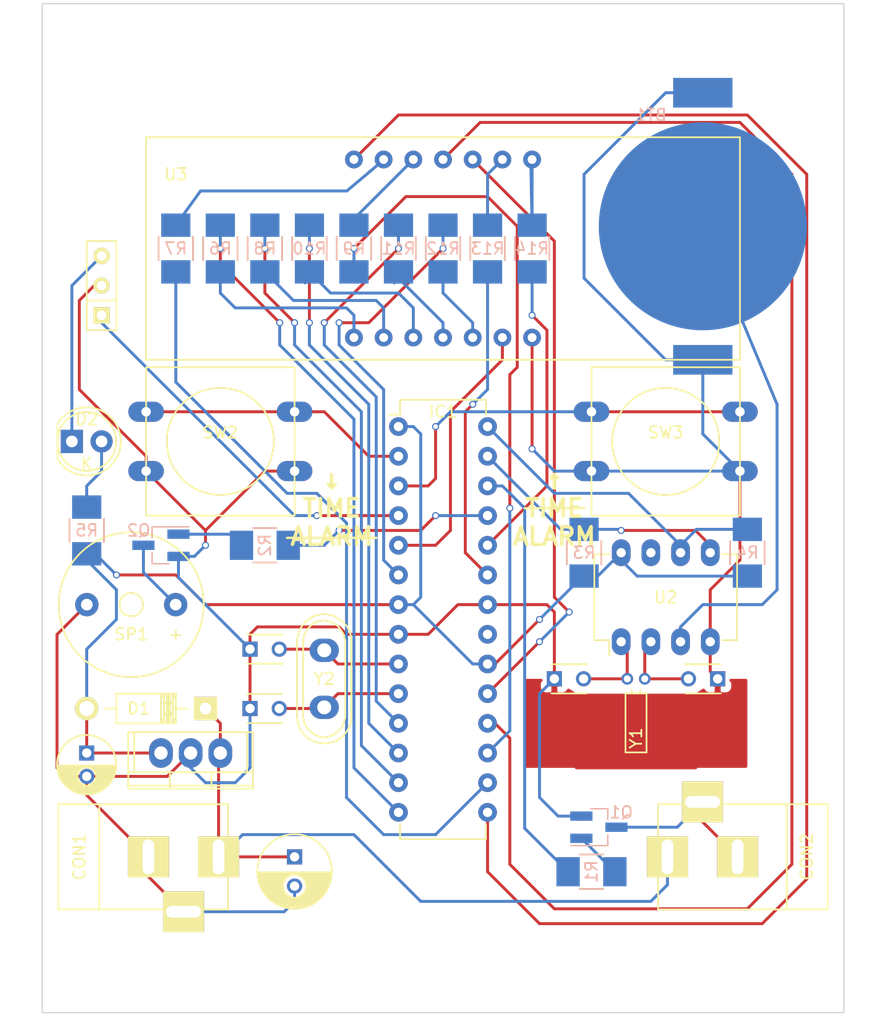
<source format=kicad_pcb>
(kicad_pcb (version 4) (host pcbnew 4.0.5)

  (general
    (links 84)
    (no_connects 0)
    (area 110.616429 83.425 186.563572 171.945)
    (thickness 1.6)
    (drawings 10)
    (tracks 342)
    (zones 0)
    (modules 41)
    (nets 44)
  )

  (page A4)
  (layers
    (0 F.Cu signal)
    (31 B.Cu signal)
    (32 B.Adhes user)
    (33 F.Adhes user)
    (34 B.Paste user)
    (35 F.Paste user)
    (36 B.SilkS user)
    (37 F.SilkS user)
    (38 B.Mask user)
    (39 F.Mask user)
    (40 Dwgs.User user)
    (41 Cmts.User user)
    (42 Eco1.User user)
    (43 Eco2.User user)
    (44 Edge.Cuts user)
    (45 Margin user)
    (46 B.CrtYd user)
    (47 F.CrtYd user)
    (48 B.Fab user)
    (49 F.Fab user)
  )

  (setup
    (last_trace_width 0.25)
    (trace_clearance 0.2)
    (zone_clearance 0.508)
    (zone_45_only no)
    (trace_min 0.2)
    (segment_width 0.2)
    (edge_width 0.1)
    (via_size 0.6)
    (via_drill 0.4)
    (via_min_size 0.4)
    (via_min_drill 0.3)
    (uvia_size 0.3)
    (uvia_drill 0.1)
    (uvias_allowed no)
    (uvia_min_size 0.2)
    (uvia_min_drill 0.1)
    (pcb_text_width 0.3)
    (pcb_text_size 1.5 1.5)
    (mod_edge_width 0.15)
    (mod_text_size 1 1)
    (mod_text_width 0.15)
    (pad_size 17.8 17.8)
    (pad_drill 0)
    (pad_to_mask_clearance 0)
    (aux_axis_origin 0 0)
    (visible_elements FFFEFFFF)
    (pcbplotparams
      (layerselection 0x00030_80000001)
      (usegerberextensions false)
      (excludeedgelayer true)
      (linewidth 0.100000)
      (plotframeref false)
      (viasonmask false)
      (mode 1)
      (useauxorigin false)
      (hpglpennumber 1)
      (hpglpenspeed 20)
      (hpglpendiameter 15)
      (hpglpenoverlay 2)
      (psnegative false)
      (psa4output false)
      (plotreference true)
      (plotvalue true)
      (plotinvisibletext false)
      (padsonsilk false)
      (subtractmaskfromsilk false)
      (outputformat 1)
      (mirror false)
      (drillshape 1)
      (scaleselection 1)
      (outputdirectory ""))
  )

  (net 0 "")
  (net 1 GND)
  (net 2 "Net-(BT1-Pad1)")
  (net 3 VPP)
  (net 4 "Net-(C2-Pad2)")
  (net 5 +5V)
  (net 6 "Net-(C4-Pad2)")
  (net 7 "Net-(C5-Pad2)")
  (net 8 "Net-(C6-Pad2)")
  (net 9 "Net-(CON2-Pad2)")
  (net 10 "Net-(D2-Pad1)")
  (net 11 "Net-(D2-Pad2)")
  (net 12 PD0)
  (net 13 PD1)
  (net 14 PD2)
  (net 15 PD3)
  (net 16 PD4)
  (net 17 PD5)
  (net 18 PD6)
  (net 19 PD7)
  (net 20 PB0)
  (net 21 PB1)
  (net 22 PB2)
  (net 23 PB3)
  (net 24 PB4)
  (net 25 PB5)
  (net 26 PC0)
  (net 27 PC1)
  (net 28 PC2)
  (net 29 PC3)
  (net 30 PC4)
  (net 31 PC5)
  (net 32 "Net-(Q1-Pad1)")
  (net 33 "Net-(Q2-Pad1)")
  (net 34 "Net-(Q2-Pad3)")
  (net 35 "Net-(R6-Pad1)")
  (net 36 "Net-(R7-Pad2)")
  (net 37 "Net-(R8-Pad1)")
  (net 38 "Net-(R9-Pad2)")
  (net 39 "Net-(R10-Pad1)")
  (net 40 "Net-(R11-Pad1)")
  (net 41 "Net-(R12-Pad1)")
  (net 42 "Net-(R13-Pad2)")
  (net 43 "Net-(R14-Pad2)")

  (net_class Default "This is the default net class."
    (clearance 0.2)
    (trace_width 0.25)
    (via_dia 0.6)
    (via_drill 0.4)
    (uvia_dia 0.3)
    (uvia_drill 0.1)
    (add_net +5V)
    (add_net GND)
    (add_net "Net-(BT1-Pad1)")
    (add_net "Net-(C2-Pad2)")
    (add_net "Net-(C4-Pad2)")
    (add_net "Net-(C5-Pad2)")
    (add_net "Net-(C6-Pad2)")
    (add_net "Net-(CON2-Pad2)")
    (add_net "Net-(D2-Pad1)")
    (add_net "Net-(D2-Pad2)")
    (add_net "Net-(Q1-Pad1)")
    (add_net "Net-(Q2-Pad1)")
    (add_net "Net-(Q2-Pad3)")
    (add_net "Net-(R10-Pad1)")
    (add_net "Net-(R11-Pad1)")
    (add_net "Net-(R12-Pad1)")
    (add_net "Net-(R13-Pad2)")
    (add_net "Net-(R14-Pad2)")
    (add_net "Net-(R6-Pad1)")
    (add_net "Net-(R7-Pad2)")
    (add_net "Net-(R8-Pad1)")
    (add_net "Net-(R9-Pad2)")
    (add_net PB0)
    (add_net PB1)
    (add_net PB2)
    (add_net PB3)
    (add_net PB4)
    (add_net PB5)
    (add_net PC0)
    (add_net PC1)
    (add_net PC2)
    (add_net PC3)
    (add_net PC4)
    (add_net PC5)
    (add_net PD0)
    (add_net PD1)
    (add_net PD2)
    (add_net PD3)
    (add_net PD4)
    (add_net PD5)
    (add_net PD6)
    (add_net PD7)
    (add_net VPP)
  )

  (module Mounting_Holes:MountingHole_3.5mm (layer F.Cu) (tedit 586A9609) (tstamp 586AD847)
    (at 118.745 166.37)
    (descr "Mounting Hole 3.5mm, no annular")
    (tags "mounting hole 3.5mm no annular")
    (fp_text reference "" (at 0 -4.5) (layer F.SilkS)
      (effects (font (size 1 1) (thickness 0.15)))
    )
    (fp_text value MountingHole_3.5mm (at 0 4.5) (layer F.Fab)
      (effects (font (size 1 1) (thickness 0.15)))
    )
    (fp_circle (center 0 0) (end 3.5 0) (layer Cmts.User) (width 0.15))
    (fp_circle (center 0 0) (end 3.75 0) (layer F.CrtYd) (width 0.05))
    (pad 1 np_thru_hole circle (at 0 0) (size 3.5 3.5) (drill 3.5) (layers *.Cu *.Mask))
  )

  (module Mounting_Holes:MountingHole_3.5mm (layer F.Cu) (tedit 586A961F) (tstamp 586AD836)
    (at 178.435 88.9)
    (descr "Mounting Hole 3.5mm, no annular")
    (tags "mounting hole 3.5mm no annular")
    (fp_text reference "" (at 0 -4.5) (layer F.SilkS)
      (effects (font (size 1 1) (thickness 0.15)))
    )
    (fp_text value MountingHole_3.5mm (at 0 4.5) (layer F.Fab)
      (effects (font (size 1 1) (thickness 0.15)))
    )
    (fp_circle (center 0 0) (end 3.5 0) (layer Cmts.User) (width 0.15))
    (fp_circle (center 0 0) (end 3.75 0) (layer F.CrtYd) (width 0.05))
    (pad 1 np_thru_hole circle (at 0 0) (size 3.5 3.5) (drill 3.5) (layers *.Cu *.Mask))
  )

  (module custom:bat_holder_20mm_smd (layer B.Cu) (tedit 586A9888) (tstamp 585AD8F3)
    (at 170.815 103.505 270)
    (path /580D4C5B)
    (fp_text reference BT1 (at -9.525 4.445 360) (layer B.SilkS)
      (effects (font (size 1 1) (thickness 0.15)) (justify mirror))
    )
    (fp_text value 3V (at -10.795 10.795 270) (layer B.Fab)
      (effects (font (size 1 1) (thickness 0.15)) (justify mirror))
    )
    (pad 2 smd rect (at -11.43 0 270) (size 2.54 5.08) (layers B.Cu B.Paste B.Mask)
      (net 1 GND))
    (pad 2 smd rect (at 11.43 0 270) (size 2.54 5.08) (layers B.Cu B.Paste B.Mask)
      (net 1 GND))
    (pad 1 smd circle (at 0 0 270) (size 17.8 17.8) (layers B.Cu B.Paste B.Mask)
      (net 2 "Net-(BT1-Pad1)"))
  )

  (module Housings_DIP:DIP-8_W7.62mm_LongPads (layer F.Cu) (tedit 586A95C7) (tstamp 585ADB37)
    (at 163.83 139.065 90)
    (descr "8-lead dip package, row spacing 7.62 mm (300 mils), longer pads")
    (tags "dil dip 2.54 300")
    (path /58202732)
    (fp_text reference U2 (at 3.81 3.81 180) (layer F.SilkS)
      (effects (font (size 1 1) (thickness 0.15)))
    )
    (fp_text value DS1307 (at 0 -3.72 90) (layer F.Fab)
      (effects (font (size 1 1) (thickness 0.15)))
    )
    (fp_line (start -1.4 -2.45) (end -1.4 10.1) (layer F.CrtYd) (width 0.05))
    (fp_line (start 9 -2.45) (end 9 10.1) (layer F.CrtYd) (width 0.05))
    (fp_line (start -1.4 -2.45) (end 9 -2.45) (layer F.CrtYd) (width 0.05))
    (fp_line (start -1.4 10.1) (end 9 10.1) (layer F.CrtYd) (width 0.05))
    (fp_line (start 0.135 -2.295) (end 0.135 -1.025) (layer F.SilkS) (width 0.15))
    (fp_line (start 7.485 -2.295) (end 7.485 -1.025) (layer F.SilkS) (width 0.15))
    (fp_line (start 7.485 9.915) (end 7.485 8.645) (layer F.SilkS) (width 0.15))
    (fp_line (start 0.135 9.915) (end 0.135 8.645) (layer F.SilkS) (width 0.15))
    (fp_line (start 0.135 -2.295) (end 7.485 -2.295) (layer F.SilkS) (width 0.15))
    (fp_line (start 0.135 9.915) (end 7.485 9.915) (layer F.SilkS) (width 0.15))
    (fp_line (start 0.135 -1.025) (end -1.15 -1.025) (layer F.SilkS) (width 0.15))
    (pad 1 thru_hole oval (at 0 0 90) (size 2.3 1.6) (drill 0.8) (layers *.Cu *.Mask)
      (net 6 "Net-(C4-Pad2)"))
    (pad 2 thru_hole oval (at 0 2.54 90) (size 2.3 1.6) (drill 0.8) (layers *.Cu *.Mask)
      (net 4 "Net-(C2-Pad2)"))
    (pad 3 thru_hole oval (at 0 5.08 90) (size 2.3 1.6) (drill 0.8) (layers *.Cu *.Mask)
      (net 2 "Net-(BT1-Pad1)"))
    (pad 4 thru_hole oval (at 0 7.62 90) (size 2.3 1.6) (drill 0.8) (layers *.Cu *.Mask)
      (net 1 GND))
    (pad 5 thru_hole oval (at 7.62 7.62 90) (size 2.3 1.6) (drill 0.8) (layers *.Cu *.Mask)
      (net 30 PC4))
    (pad 6 thru_hole oval (at 7.62 5.08 90) (size 2.3 1.6) (drill 0.8) (layers *.Cu *.Mask)
      (net 31 PC5))
    (pad 7 thru_hole oval (at 7.62 2.54 90) (size 2.3 1.6) (drill 0.8) (layers *.Cu *.Mask))
    (pad 8 thru_hole oval (at 7.62 0 90) (size 2.3 1.6) (drill 0.8) (layers *.Cu *.Mask)
      (net 5 +5V))
    (model Housings_DIP.3dshapes/DIP-8_W7.62mm_LongPads.wrl
      (at (xyz 0 0 0))
      (scale (xyz 1 1 1))
      (rotate (xyz 0 0 0))
    )
  )

  (module Capacitors_ThroughHole:C_Radial_D6.3_L11.2_P2.5 (layer F.Cu) (tedit 587D18ED) (tstamp 585AD920)
    (at 135.89 157.48 270)
    (descr "Radial Electrolytic Capacitor, Diameter 6.3mm x Length 11.2mm, Pitch 2.5mm")
    (tags "Electrolytic Capacitor")
    (path /580D3F40)
    (fp_text reference C1 (at -1.905 -3.175 360) (layer F.SilkS) hide
      (effects (font (size 1 1) (thickness 0.15)))
    )
    (fp_text value 10µF (at 1.25 4.4 270) (layer F.Fab)
      (effects (font (size 1 1) (thickness 0.15)))
    )
    (fp_line (start 1.325 -3.149) (end 1.325 3.149) (layer F.SilkS) (width 0.15))
    (fp_line (start 1.465 -3.143) (end 1.465 3.143) (layer F.SilkS) (width 0.15))
    (fp_line (start 1.605 -3.13) (end 1.605 -0.446) (layer F.SilkS) (width 0.15))
    (fp_line (start 1.605 0.446) (end 1.605 3.13) (layer F.SilkS) (width 0.15))
    (fp_line (start 1.745 -3.111) (end 1.745 -0.656) (layer F.SilkS) (width 0.15))
    (fp_line (start 1.745 0.656) (end 1.745 3.111) (layer F.SilkS) (width 0.15))
    (fp_line (start 1.885 -3.085) (end 1.885 -0.789) (layer F.SilkS) (width 0.15))
    (fp_line (start 1.885 0.789) (end 1.885 3.085) (layer F.SilkS) (width 0.15))
    (fp_line (start 2.025 -3.053) (end 2.025 -0.88) (layer F.SilkS) (width 0.15))
    (fp_line (start 2.025 0.88) (end 2.025 3.053) (layer F.SilkS) (width 0.15))
    (fp_line (start 2.165 -3.014) (end 2.165 -0.942) (layer F.SilkS) (width 0.15))
    (fp_line (start 2.165 0.942) (end 2.165 3.014) (layer F.SilkS) (width 0.15))
    (fp_line (start 2.305 -2.968) (end 2.305 -0.981) (layer F.SilkS) (width 0.15))
    (fp_line (start 2.305 0.981) (end 2.305 2.968) (layer F.SilkS) (width 0.15))
    (fp_line (start 2.445 -2.915) (end 2.445 -0.998) (layer F.SilkS) (width 0.15))
    (fp_line (start 2.445 0.998) (end 2.445 2.915) (layer F.SilkS) (width 0.15))
    (fp_line (start 2.585 -2.853) (end 2.585 -0.996) (layer F.SilkS) (width 0.15))
    (fp_line (start 2.585 0.996) (end 2.585 2.853) (layer F.SilkS) (width 0.15))
    (fp_line (start 2.725 -2.783) (end 2.725 -0.974) (layer F.SilkS) (width 0.15))
    (fp_line (start 2.725 0.974) (end 2.725 2.783) (layer F.SilkS) (width 0.15))
    (fp_line (start 2.865 -2.704) (end 2.865 -0.931) (layer F.SilkS) (width 0.15))
    (fp_line (start 2.865 0.931) (end 2.865 2.704) (layer F.SilkS) (width 0.15))
    (fp_line (start 3.005 -2.616) (end 3.005 -0.863) (layer F.SilkS) (width 0.15))
    (fp_line (start 3.005 0.863) (end 3.005 2.616) (layer F.SilkS) (width 0.15))
    (fp_line (start 3.145 -2.516) (end 3.145 -0.764) (layer F.SilkS) (width 0.15))
    (fp_line (start 3.145 0.764) (end 3.145 2.516) (layer F.SilkS) (width 0.15))
    (fp_line (start 3.285 -2.404) (end 3.285 -0.619) (layer F.SilkS) (width 0.15))
    (fp_line (start 3.285 0.619) (end 3.285 2.404) (layer F.SilkS) (width 0.15))
    (fp_line (start 3.425 -2.279) (end 3.425 -0.38) (layer F.SilkS) (width 0.15))
    (fp_line (start 3.425 0.38) (end 3.425 2.279) (layer F.SilkS) (width 0.15))
    (fp_line (start 3.565 -2.136) (end 3.565 2.136) (layer F.SilkS) (width 0.15))
    (fp_line (start 3.705 -1.974) (end 3.705 1.974) (layer F.SilkS) (width 0.15))
    (fp_line (start 3.845 -1.786) (end 3.845 1.786) (layer F.SilkS) (width 0.15))
    (fp_line (start 3.985 -1.563) (end 3.985 1.563) (layer F.SilkS) (width 0.15))
    (fp_line (start 4.125 -1.287) (end 4.125 1.287) (layer F.SilkS) (width 0.15))
    (fp_line (start 4.265 -0.912) (end 4.265 0.912) (layer F.SilkS) (width 0.15))
    (fp_circle (center 2.5 0) (end 2.5 -1) (layer F.SilkS) (width 0.15))
    (fp_circle (center 1.25 0) (end 1.25 -3.1875) (layer F.SilkS) (width 0.15))
    (fp_circle (center 1.25 0) (end 1.25 -3.4) (layer F.CrtYd) (width 0.05))
    (pad 2 thru_hole circle (at 2.5 0 270) (size 1.3 1.3) (drill 0.8) (layers *.Cu *.Mask)
      (net 1 GND))
    (pad 1 thru_hole rect (at 0 0 270) (size 1.3 1.3) (drill 0.8) (layers *.Cu *.Mask)
      (net 3 VPP))
    (model Capacitors_ThroughHole.3dshapes/C_Radial_D6.3_L11.2_P2.5.wrl
      (at (xyz 0 0 0))
      (scale (xyz 1 1 1))
      (rotate (xyz 0 0 0))
    )
  )

  (module Capacitors_ThroughHole:C_Disc_D3_P2.5 (layer F.Cu) (tedit 587D194A) (tstamp 585AD92C)
    (at 172.085 142.24 180)
    (descr "Capacitor 3mm Disc, Pitch 2.5mm")
    (tags Capacitor)
    (path /5823D955)
    (fp_text reference C2 (at 1.27 -2.54 180) (layer F.SilkS) hide
      (effects (font (size 1 1) (thickness 0.15)))
    )
    (fp_text value 12.5pF (at 1.25 2.5 180) (layer F.Fab)
      (effects (font (size 1 1) (thickness 0.15)))
    )
    (fp_line (start -0.9 -1.5) (end 3.4 -1.5) (layer F.CrtYd) (width 0.05))
    (fp_line (start 3.4 -1.5) (end 3.4 1.5) (layer F.CrtYd) (width 0.05))
    (fp_line (start 3.4 1.5) (end -0.9 1.5) (layer F.CrtYd) (width 0.05))
    (fp_line (start -0.9 1.5) (end -0.9 -1.5) (layer F.CrtYd) (width 0.05))
    (fp_line (start -0.25 -1.25) (end 2.75 -1.25) (layer F.SilkS) (width 0.15))
    (fp_line (start 2.75 1.25) (end -0.25 1.25) (layer F.SilkS) (width 0.15))
    (pad 1 thru_hole rect (at 0 0 180) (size 1.3 1.3) (drill 0.8) (layers *.Cu *.Mask)
      (net 1 GND))
    (pad 2 thru_hole circle (at 2.5 0 180) (size 1.3 1.3) (drill 0.8001) (layers *.Cu *.Mask)
      (net 4 "Net-(C2-Pad2)"))
    (model Capacitors_ThroughHole.3dshapes/C_Disc_D3_P2.5.wrl
      (at (xyz 0.0492126 0 0))
      (scale (xyz 1 1 1))
      (rotate (xyz 0 0 0))
    )
  )

  (module Capacitors_ThroughHole:C_Radial_D5_L11_P2 (layer F.Cu) (tedit 587D18D5) (tstamp 585AD953)
    (at 118.11 148.59 270)
    (descr "Radial Electrolytic Capacitor 5mm x Length 11mm, Pitch 2mm")
    (tags "Electrolytic Capacitor")
    (path /580D3FDC)
    (fp_text reference C3 (at -2.54 2.54 360) (layer F.SilkS) hide
      (effects (font (size 1 1) (thickness 0.15)))
    )
    (fp_text value 1µF (at 1 3.8 270) (layer F.Fab)
      (effects (font (size 1 1) (thickness 0.15)))
    )
    (fp_line (start 1.075 -2.499) (end 1.075 2.499) (layer F.SilkS) (width 0.15))
    (fp_line (start 1.215 -2.491) (end 1.215 -0.154) (layer F.SilkS) (width 0.15))
    (fp_line (start 1.215 0.154) (end 1.215 2.491) (layer F.SilkS) (width 0.15))
    (fp_line (start 1.355 -2.475) (end 1.355 -0.473) (layer F.SilkS) (width 0.15))
    (fp_line (start 1.355 0.473) (end 1.355 2.475) (layer F.SilkS) (width 0.15))
    (fp_line (start 1.495 -2.451) (end 1.495 -0.62) (layer F.SilkS) (width 0.15))
    (fp_line (start 1.495 0.62) (end 1.495 2.451) (layer F.SilkS) (width 0.15))
    (fp_line (start 1.635 -2.418) (end 1.635 -0.712) (layer F.SilkS) (width 0.15))
    (fp_line (start 1.635 0.712) (end 1.635 2.418) (layer F.SilkS) (width 0.15))
    (fp_line (start 1.775 -2.377) (end 1.775 -0.768) (layer F.SilkS) (width 0.15))
    (fp_line (start 1.775 0.768) (end 1.775 2.377) (layer F.SilkS) (width 0.15))
    (fp_line (start 1.915 -2.327) (end 1.915 -0.795) (layer F.SilkS) (width 0.15))
    (fp_line (start 1.915 0.795) (end 1.915 2.327) (layer F.SilkS) (width 0.15))
    (fp_line (start 2.055 -2.266) (end 2.055 -0.798) (layer F.SilkS) (width 0.15))
    (fp_line (start 2.055 0.798) (end 2.055 2.266) (layer F.SilkS) (width 0.15))
    (fp_line (start 2.195 -2.196) (end 2.195 -0.776) (layer F.SilkS) (width 0.15))
    (fp_line (start 2.195 0.776) (end 2.195 2.196) (layer F.SilkS) (width 0.15))
    (fp_line (start 2.335 -2.114) (end 2.335 -0.726) (layer F.SilkS) (width 0.15))
    (fp_line (start 2.335 0.726) (end 2.335 2.114) (layer F.SilkS) (width 0.15))
    (fp_line (start 2.475 -2.019) (end 2.475 -0.644) (layer F.SilkS) (width 0.15))
    (fp_line (start 2.475 0.644) (end 2.475 2.019) (layer F.SilkS) (width 0.15))
    (fp_line (start 2.615 -1.908) (end 2.615 -0.512) (layer F.SilkS) (width 0.15))
    (fp_line (start 2.615 0.512) (end 2.615 1.908) (layer F.SilkS) (width 0.15))
    (fp_line (start 2.755 -1.78) (end 2.755 -0.265) (layer F.SilkS) (width 0.15))
    (fp_line (start 2.755 0.265) (end 2.755 1.78) (layer F.SilkS) (width 0.15))
    (fp_line (start 2.895 -1.631) (end 2.895 1.631) (layer F.SilkS) (width 0.15))
    (fp_line (start 3.035 -1.452) (end 3.035 1.452) (layer F.SilkS) (width 0.15))
    (fp_line (start 3.175 -1.233) (end 3.175 1.233) (layer F.SilkS) (width 0.15))
    (fp_line (start 3.315 -0.944) (end 3.315 0.944) (layer F.SilkS) (width 0.15))
    (fp_line (start 3.455 -0.472) (end 3.455 0.472) (layer F.SilkS) (width 0.15))
    (fp_circle (center 2 0) (end 2 -0.8) (layer F.SilkS) (width 0.15))
    (fp_circle (center 1 0) (end 1 -2.5375) (layer F.SilkS) (width 0.15))
    (fp_circle (center 1 0) (end 1 -2.8) (layer F.CrtYd) (width 0.05))
    (pad 1 thru_hole rect (at 0 0 270) (size 1.3 1.3) (drill 0.8) (layers *.Cu *.Mask)
      (net 5 +5V))
    (pad 2 thru_hole circle (at 2 0 270) (size 1.3 1.3) (drill 0.8) (layers *.Cu *.Mask)
      (net 1 GND))
    (model Capacitors_ThroughHole.3dshapes/C_Radial_D5_L11_P2.wrl
      (at (xyz 0 0 0))
      (scale (xyz 1 1 1))
      (rotate (xyz 0 0 0))
    )
  )

  (module Capacitors_ThroughHole:C_Disc_D3_P2.5 (layer F.Cu) (tedit 587D1944) (tstamp 585AD95F)
    (at 158.115 142.24)
    (descr "Capacitor 3mm Disc, Pitch 2.5mm")
    (tags Capacitor)
    (path /5823D9D7)
    (fp_text reference C4 (at 1.27 2.54) (layer F.SilkS) hide
      (effects (font (size 1 1) (thickness 0.15)))
    )
    (fp_text value 12.5pF (at 1.25 2.5) (layer F.Fab)
      (effects (font (size 1 1) (thickness 0.15)))
    )
    (fp_line (start -0.9 -1.5) (end 3.4 -1.5) (layer F.CrtYd) (width 0.05))
    (fp_line (start 3.4 -1.5) (end 3.4 1.5) (layer F.CrtYd) (width 0.05))
    (fp_line (start 3.4 1.5) (end -0.9 1.5) (layer F.CrtYd) (width 0.05))
    (fp_line (start -0.9 1.5) (end -0.9 -1.5) (layer F.CrtYd) (width 0.05))
    (fp_line (start -0.25 -1.25) (end 2.75 -1.25) (layer F.SilkS) (width 0.15))
    (fp_line (start 2.75 1.25) (end -0.25 1.25) (layer F.SilkS) (width 0.15))
    (pad 1 thru_hole rect (at 0 0) (size 1.3 1.3) (drill 0.8) (layers *.Cu *.Mask)
      (net 1 GND))
    (pad 2 thru_hole circle (at 2.5 0) (size 1.3 1.3) (drill 0.8001) (layers *.Cu *.Mask)
      (net 6 "Net-(C4-Pad2)"))
    (model Capacitors_ThroughHole.3dshapes/C_Disc_D3_P2.5.wrl
      (at (xyz 0.0492126 0 0))
      (scale (xyz 1 1 1))
      (rotate (xyz 0 0 0))
    )
  )

  (module Capacitors_ThroughHole:C_Disc_D3_P2.5 (layer F.Cu) (tedit 587D1900) (tstamp 585AD96B)
    (at 132.08 139.7)
    (descr "Capacitor 3mm Disc, Pitch 2.5mm")
    (tags Capacitor)
    (path /580DB46E)
    (fp_text reference C5 (at 1.27 -2.54) (layer F.SilkS) hide
      (effects (font (size 1 1) (thickness 0.15)))
    )
    (fp_text value 20pF (at 1.25 2.5) (layer F.Fab)
      (effects (font (size 1 1) (thickness 0.15)))
    )
    (fp_line (start -0.9 -1.5) (end 3.4 -1.5) (layer F.CrtYd) (width 0.05))
    (fp_line (start 3.4 -1.5) (end 3.4 1.5) (layer F.CrtYd) (width 0.05))
    (fp_line (start 3.4 1.5) (end -0.9 1.5) (layer F.CrtYd) (width 0.05))
    (fp_line (start -0.9 1.5) (end -0.9 -1.5) (layer F.CrtYd) (width 0.05))
    (fp_line (start -0.25 -1.25) (end 2.75 -1.25) (layer F.SilkS) (width 0.15))
    (fp_line (start 2.75 1.25) (end -0.25 1.25) (layer F.SilkS) (width 0.15))
    (pad 1 thru_hole rect (at 0 0) (size 1.3 1.3) (drill 0.8) (layers *.Cu *.Mask)
      (net 1 GND))
    (pad 2 thru_hole circle (at 2.5 0) (size 1.3 1.3) (drill 0.8001) (layers *.Cu *.Mask)
      (net 7 "Net-(C5-Pad2)"))
    (model Capacitors_ThroughHole.3dshapes/C_Disc_D3_P2.5.wrl
      (at (xyz 0.0492126 0 0))
      (scale (xyz 1 1 1))
      (rotate (xyz 0 0 0))
    )
  )

  (module Capacitors_ThroughHole:C_Disc_D3_P2.5 (layer F.Cu) (tedit 587D1906) (tstamp 585AD977)
    (at 132.08 144.78)
    (descr "Capacitor 3mm Disc, Pitch 2.5mm")
    (tags Capacitor)
    (path /580DB5B3)
    (fp_text reference C6 (at 1.27 -2.54) (layer F.SilkS) hide
      (effects (font (size 1 1) (thickness 0.15)))
    )
    (fp_text value 20pF (at 1.25 2.5) (layer F.Fab)
      (effects (font (size 1 1) (thickness 0.15)))
    )
    (fp_line (start -0.9 -1.5) (end 3.4 -1.5) (layer F.CrtYd) (width 0.05))
    (fp_line (start 3.4 -1.5) (end 3.4 1.5) (layer F.CrtYd) (width 0.05))
    (fp_line (start 3.4 1.5) (end -0.9 1.5) (layer F.CrtYd) (width 0.05))
    (fp_line (start -0.9 1.5) (end -0.9 -1.5) (layer F.CrtYd) (width 0.05))
    (fp_line (start -0.25 -1.25) (end 2.75 -1.25) (layer F.SilkS) (width 0.15))
    (fp_line (start 2.75 1.25) (end -0.25 1.25) (layer F.SilkS) (width 0.15))
    (pad 1 thru_hole rect (at 0 0) (size 1.3 1.3) (drill 0.8) (layers *.Cu *.Mask)
      (net 1 GND))
    (pad 2 thru_hole circle (at 2.5 0) (size 1.3 1.3) (drill 0.8001) (layers *.Cu *.Mask)
      (net 8 "Net-(C6-Pad2)"))
    (model Capacitors_ThroughHole.3dshapes/C_Disc_D3_P2.5.wrl
      (at (xyz 0.0492126 0 0))
      (scale (xyz 1 1 1))
      (rotate (xyz 0 0 0))
    )
  )

  (module Connectors:BARREL_JACK (layer F.Cu) (tedit 58699B32) (tstamp 585AD983)
    (at 123.19 157.48)
    (descr "DC Barrel Jack")
    (tags "Power Jack")
    (path /5820329B)
    (fp_text reference CON1 (at -5.715 0 90) (layer F.SilkS)
      (effects (font (size 1 1) (thickness 0.15)))
    )
    (fp_text value BARREL_JACK (at 0 -5.99948) (layer F.Fab)
      (effects (font (size 1 1) (thickness 0.15)))
    )
    (fp_line (start -4.0005 -4.50088) (end -4.0005 4.50088) (layer F.SilkS) (width 0.15))
    (fp_line (start -7.50062 -4.50088) (end -7.50062 4.50088) (layer F.SilkS) (width 0.15))
    (fp_line (start -7.50062 4.50088) (end 7.00024 4.50088) (layer F.SilkS) (width 0.15))
    (fp_line (start 7.00024 4.50088) (end 7.00024 -4.50088) (layer F.SilkS) (width 0.15))
    (fp_line (start 7.00024 -4.50088) (end -7.50062 -4.50088) (layer F.SilkS) (width 0.15))
    (pad 1 thru_hole rect (at 6.20014 0) (size 3.50012 3.50012) (drill oval 1.00076 2.99974) (layers *.Cu *.Mask F.SilkS)
      (net 3 VPP))
    (pad 2 thru_hole rect (at 0.20066 0) (size 3.50012 3.50012) (drill oval 1.00076 2.99974) (layers *.Cu *.Mask F.SilkS)
      (net 1 GND))
    (pad 3 thru_hole rect (at 3.2004 4.699) (size 3.50012 3.50012) (drill oval 2.99974 1.00076) (layers *.Cu *.Mask F.SilkS)
      (net 1 GND))
  )

  (module Connectors:BARREL_JACK (layer F.Cu) (tedit 586A95E1) (tstamp 585AD98F)
    (at 173.99 157.48 180)
    (descr "DC Barrel Jack")
    (tags "Power Jack")
    (path /5820332A)
    (fp_text reference CON2 (at -5.715 0 270) (layer F.SilkS)
      (effects (font (size 1 1) (thickness 0.15)))
    )
    (fp_text value BARREL_JACK (at 0 -5.99948 180) (layer F.Fab)
      (effects (font (size 1 1) (thickness 0.15)))
    )
    (fp_line (start -4.0005 -4.50088) (end -4.0005 4.50088) (layer F.SilkS) (width 0.15))
    (fp_line (start -7.50062 -4.50088) (end -7.50062 4.50088) (layer F.SilkS) (width 0.15))
    (fp_line (start -7.50062 4.50088) (end 7.00024 4.50088) (layer F.SilkS) (width 0.15))
    (fp_line (start 7.00024 4.50088) (end 7.00024 -4.50088) (layer F.SilkS) (width 0.15))
    (fp_line (start 7.00024 -4.50088) (end -7.50062 -4.50088) (layer F.SilkS) (width 0.15))
    (pad 1 thru_hole rect (at 6.20014 0 180) (size 3.50012 3.50012) (drill oval 1.00076 2.99974) (layers *.Cu *.Mask F.SilkS)
      (net 3 VPP))
    (pad 2 thru_hole rect (at 0.20066 0 180) (size 3.50012 3.50012) (drill oval 1.00076 2.99974) (layers *.Cu *.Mask F.SilkS)
      (net 9 "Net-(CON2-Pad2)"))
    (pad 3 thru_hole rect (at 3.2004 4.699 180) (size 3.50012 3.50012) (drill oval 2.99974 1.00076) (layers *.Cu *.Mask F.SilkS)
      (net 9 "Net-(CON2-Pad2)"))
  )

  (module Diodes_THT:Diode_DO-41_SOD81_Horizontal_RM10 (layer F.Cu) (tedit 58699B16) (tstamp 585AD9A3)
    (at 128.27 144.78 180)
    (descr "Diode, DO-41, SOD81, Horizontal, RM 10mm,")
    (tags "Diode, DO-41, SOD81, Horizontal, RM 10mm, 1N4007, SB140,")
    (path /580D432E)
    (fp_text reference D1 (at 5.715 0 180) (layer F.SilkS)
      (effects (font (size 1 1) (thickness 0.15)))
    )
    (fp_text value D (at 4.37134 -3.55854 180) (layer F.Fab)
      (effects (font (size 1 1) (thickness 0.15)))
    )
    (fp_line (start 7.62 -0.00254) (end 8.636 -0.00254) (layer F.SilkS) (width 0.15))
    (fp_line (start 2.794 -0.00254) (end 1.524 -0.00254) (layer F.SilkS) (width 0.15))
    (fp_line (start 3.048 -1.27254) (end 3.048 1.26746) (layer F.SilkS) (width 0.15))
    (fp_line (start 3.302 -1.27254) (end 3.302 1.26746) (layer F.SilkS) (width 0.15))
    (fp_line (start 3.556 -1.27254) (end 3.556 1.26746) (layer F.SilkS) (width 0.15))
    (fp_line (start 2.794 -1.27254) (end 2.794 1.26746) (layer F.SilkS) (width 0.15))
    (fp_line (start 3.81 -1.27254) (end 2.54 1.26746) (layer F.SilkS) (width 0.15))
    (fp_line (start 2.54 -1.27254) (end 3.81 1.26746) (layer F.SilkS) (width 0.15))
    (fp_line (start 3.81 -1.27254) (end 3.81 1.26746) (layer F.SilkS) (width 0.15))
    (fp_line (start 3.175 -1.27254) (end 3.175 1.26746) (layer F.SilkS) (width 0.15))
    (fp_line (start 2.54 1.26746) (end 2.54 -1.27254) (layer F.SilkS) (width 0.15))
    (fp_line (start 2.54 -1.27254) (end 7.62 -1.27254) (layer F.SilkS) (width 0.15))
    (fp_line (start 7.62 -1.27254) (end 7.62 1.26746) (layer F.SilkS) (width 0.15))
    (fp_line (start 7.62 1.26746) (end 2.54 1.26746) (layer F.SilkS) (width 0.15))
    (pad 2 thru_hole circle (at 10.16 -0.00254) (size 1.99898 1.99898) (drill 1.27) (layers *.Cu *.Mask F.SilkS)
      (net 5 +5V))
    (pad 1 thru_hole rect (at 0 -0.00254) (size 1.99898 1.99898) (drill 1.00076) (layers *.Cu *.Mask F.SilkS)
      (net 3 VPP))
  )

  (module LEDs:LED-5MM (layer F.Cu) (tedit 58699B56) (tstamp 585AD9AF)
    (at 116.84 121.92)
    (descr "LED 5mm round vertical")
    (tags "LED 5mm round vertical")
    (path /58220B55)
    (fp_text reference D2 (at 1.27 -1.905) (layer F.SilkS)
      (effects (font (size 1 1) (thickness 0.15)))
    )
    (fp_text value LED (at 1.524 -3.937) (layer F.Fab)
      (effects (font (size 1 1) (thickness 0.15)))
    )
    (fp_line (start -1.5 -1.55) (end -1.5 1.55) (layer F.CrtYd) (width 0.05))
    (fp_arc (start 1.3 0) (end -1.5 1.55) (angle -302) (layer F.CrtYd) (width 0.05))
    (fp_arc (start 1.27 0) (end -1.23 -1.5) (angle 297.5) (layer F.SilkS) (width 0.15))
    (fp_line (start -1.23 1.5) (end -1.23 -1.5) (layer F.SilkS) (width 0.15))
    (fp_circle (center 1.27 0) (end 0.97 -2.5) (layer F.SilkS) (width 0.15))
    (fp_text user K (at 1.27 1.905) (layer F.SilkS)
      (effects (font (size 1 1) (thickness 0.15)))
    )
    (pad 1 thru_hole rect (at 0 0 90) (size 2 1.9) (drill 1.00076) (layers *.Cu *.Mask)
      (net 10 "Net-(D2-Pad1)"))
    (pad 2 thru_hole circle (at 2.54 0) (size 1.9 1.9) (drill 1.00076) (layers *.Cu *.Mask)
      (net 11 "Net-(D2-Pad2)"))
    (model LEDs.3dshapes/LED-5MM.wrl
      (at (xyz 0.05 0 0))
      (scale (xyz 1 1 1))
      (rotate (xyz 0 0 90))
    )
  )

  (module Housings_DIP:DIP-28_W7.62mm (layer F.Cu) (tedit 58699B6E) (tstamp 585AD9DA)
    (at 144.78 120.65)
    (descr "28-lead dip package, row spacing 7.62 mm (300 mils)")
    (tags "dil dip 2.54 300")
    (path /581EA9E9)
    (fp_text reference IC1 (at 3.81 -1.27) (layer F.SilkS)
      (effects (font (size 1 1) (thickness 0.15)))
    )
    (fp_text value ATMEGA328-P (at 0 -3.72) (layer F.Fab)
      (effects (font (size 1 1) (thickness 0.15)))
    )
    (fp_line (start -1.05 -2.45) (end -1.05 35.5) (layer F.CrtYd) (width 0.05))
    (fp_line (start 8.65 -2.45) (end 8.65 35.5) (layer F.CrtYd) (width 0.05))
    (fp_line (start -1.05 -2.45) (end 8.65 -2.45) (layer F.CrtYd) (width 0.05))
    (fp_line (start -1.05 35.5) (end 8.65 35.5) (layer F.CrtYd) (width 0.05))
    (fp_line (start 0.135 -2.295) (end 0.135 -1.025) (layer F.SilkS) (width 0.15))
    (fp_line (start 7.485 -2.295) (end 7.485 -1.025) (layer F.SilkS) (width 0.15))
    (fp_line (start 7.485 35.315) (end 7.485 34.045) (layer F.SilkS) (width 0.15))
    (fp_line (start 0.135 35.315) (end 0.135 34.045) (layer F.SilkS) (width 0.15))
    (fp_line (start 0.135 -2.295) (end 7.485 -2.295) (layer F.SilkS) (width 0.15))
    (fp_line (start 0.135 35.315) (end 7.485 35.315) (layer F.SilkS) (width 0.15))
    (fp_line (start 0.135 -1.025) (end -0.8 -1.025) (layer F.SilkS) (width 0.15))
    (pad 1 thru_hole oval (at 0 0) (size 1.6 1.6) (drill 0.8) (layers *.Cu *.Mask)
      (net 5 +5V))
    (pad 2 thru_hole oval (at 0 2.54) (size 1.6 1.6) (drill 0.8) (layers *.Cu *.Mask)
      (net 12 PD0))
    (pad 3 thru_hole oval (at 0 5.08) (size 1.6 1.6) (drill 0.8) (layers *.Cu *.Mask)
      (net 13 PD1))
    (pad 4 thru_hole oval (at 0 7.62) (size 1.6 1.6) (drill 0.8) (layers *.Cu *.Mask)
      (net 14 PD2))
    (pad 5 thru_hole oval (at 0 10.16) (size 1.6 1.6) (drill 0.8) (layers *.Cu *.Mask)
      (net 15 PD3))
    (pad 6 thru_hole oval (at 0 12.7) (size 1.6 1.6) (drill 0.8) (layers *.Cu *.Mask)
      (net 16 PD4))
    (pad 7 thru_hole oval (at 0 15.24) (size 1.6 1.6) (drill 0.8) (layers *.Cu *.Mask)
      (net 5 +5V))
    (pad 8 thru_hole oval (at 0 17.78) (size 1.6 1.6) (drill 0.8) (layers *.Cu *.Mask)
      (net 1 GND))
    (pad 9 thru_hole oval (at 0 20.32) (size 1.6 1.6) (drill 0.8) (layers *.Cu *.Mask)
      (net 7 "Net-(C5-Pad2)"))
    (pad 10 thru_hole oval (at 0 22.86) (size 1.6 1.6) (drill 0.8) (layers *.Cu *.Mask)
      (net 8 "Net-(C6-Pad2)"))
    (pad 11 thru_hole oval (at 0 25.4) (size 1.6 1.6) (drill 0.8) (layers *.Cu *.Mask)
      (net 17 PD5))
    (pad 12 thru_hole oval (at 0 27.94) (size 1.6 1.6) (drill 0.8) (layers *.Cu *.Mask)
      (net 18 PD6))
    (pad 13 thru_hole oval (at 0 30.48) (size 1.6 1.6) (drill 0.8) (layers *.Cu *.Mask)
      (net 19 PD7))
    (pad 14 thru_hole oval (at 0 33.02) (size 1.6 1.6) (drill 0.8) (layers *.Cu *.Mask)
      (net 20 PB0))
    (pad 15 thru_hole oval (at 7.62 33.02) (size 1.6 1.6) (drill 0.8) (layers *.Cu *.Mask)
      (net 21 PB1))
    (pad 16 thru_hole oval (at 7.62 30.48) (size 1.6 1.6) (drill 0.8) (layers *.Cu *.Mask)
      (net 22 PB2))
    (pad 17 thru_hole oval (at 7.62 27.94) (size 1.6 1.6) (drill 0.8) (layers *.Cu *.Mask)
      (net 23 PB3))
    (pad 18 thru_hole oval (at 7.62 25.4) (size 1.6 1.6) (drill 0.8) (layers *.Cu *.Mask)
      (net 24 PB4))
    (pad 19 thru_hole oval (at 7.62 22.86) (size 1.6 1.6) (drill 0.8) (layers *.Cu *.Mask)
      (net 25 PB5))
    (pad 20 thru_hole oval (at 7.62 20.32) (size 1.6 1.6) (drill 0.8) (layers *.Cu *.Mask)
      (net 5 +5V))
    (pad 21 thru_hole oval (at 7.62 17.78) (size 1.6 1.6) (drill 0.8) (layers *.Cu *.Mask))
    (pad 22 thru_hole oval (at 7.62 15.24) (size 1.6 1.6) (drill 0.8) (layers *.Cu *.Mask)
      (net 1 GND))
    (pad 23 thru_hole oval (at 7.62 12.7) (size 1.6 1.6) (drill 0.8) (layers *.Cu *.Mask)
      (net 26 PC0))
    (pad 24 thru_hole oval (at 7.62 10.16) (size 1.6 1.6) (drill 0.8) (layers *.Cu *.Mask)
      (net 27 PC1))
    (pad 25 thru_hole oval (at 7.62 7.62) (size 1.6 1.6) (drill 0.8) (layers *.Cu *.Mask)
      (net 28 PC2))
    (pad 26 thru_hole oval (at 7.62 5.08) (size 1.6 1.6) (drill 0.8) (layers *.Cu *.Mask)
      (net 29 PC3))
    (pad 27 thru_hole oval (at 7.62 2.54) (size 1.6 1.6) (drill 0.8) (layers *.Cu *.Mask)
      (net 30 PC4))
    (pad 28 thru_hole oval (at 7.62 0) (size 1.6 1.6) (drill 0.8) (layers *.Cu *.Mask)
      (net 31 PC5))
    (model Housings_DIP.3dshapes/DIP-28_W7.62mm.wrl
      (at (xyz 0 0 0))
      (scale (xyz 1 1 1))
      (rotate (xyz 0 0 0))
    )
  )

  (module TO_SOT_Packages_SMD:SOT-23_Handsoldering (layer B.Cu) (tedit 586A983F) (tstamp 585AD9ED)
    (at 161.925 154.94)
    (descr "SOT-23, Handsoldering")
    (tags SOT-23)
    (path /580D59B6)
    (attr smd)
    (fp_text reference Q1 (at 1.905 -1.27) (layer B.SilkS)
      (effects (font (size 1 1) (thickness 0.15)) (justify mirror))
    )
    (fp_text value Q_NPN_BCE (at 0 -2.5) (layer B.Fab)
      (effects (font (size 1 1) (thickness 0.15)) (justify mirror))
    )
    (fp_line (start 0.76 -1.58) (end 0.76 -0.65) (layer B.SilkS) (width 0.12))
    (fp_line (start 0.76 1.58) (end 0.76 0.65) (layer B.SilkS) (width 0.12))
    (fp_line (start 0.7 1.52) (end 0.7 -1.52) (layer B.Fab) (width 0.15))
    (fp_line (start -0.7 -1.52) (end 0.7 -1.52) (layer B.Fab) (width 0.15))
    (fp_line (start -2.7 1.75) (end 2.7 1.75) (layer B.CrtYd) (width 0.05))
    (fp_line (start 2.7 1.75) (end 2.7 -1.75) (layer B.CrtYd) (width 0.05))
    (fp_line (start 2.7 -1.75) (end -2.7 -1.75) (layer B.CrtYd) (width 0.05))
    (fp_line (start -2.7 -1.75) (end -2.7 1.75) (layer B.CrtYd) (width 0.05))
    (fp_line (start 0.76 1.58) (end -2.4 1.58) (layer B.SilkS) (width 0.12))
    (fp_line (start -0.7 1.52) (end 0.7 1.52) (layer B.Fab) (width 0.15))
    (fp_line (start -0.7 1.52) (end -0.7 -1.52) (layer B.Fab) (width 0.15))
    (fp_line (start 0.76 -1.58) (end -0.7 -1.58) (layer B.SilkS) (width 0.12))
    (pad 1 smd rect (at -1.5 0.95) (size 1.9 0.8) (layers B.Cu B.Paste B.Mask)
      (net 32 "Net-(Q1-Pad1)"))
    (pad 2 smd rect (at -1.5 -0.95) (size 1.9 0.8) (layers B.Cu B.Paste B.Mask)
      (net 1 GND))
    (pad 3 smd rect (at 1.5 0) (size 1.9 0.8) (layers B.Cu B.Paste B.Mask)
      (net 9 "Net-(CON2-Pad2)"))
    (model TO_SOT_Packages_SMD.3dshapes/SOT-23.wrl
      (at (xyz 0 0 0))
      (scale (xyz 1 1 1))
      (rotate (xyz 0 0 90))
    )
  )

  (module TO_SOT_Packages_SMD:SOT-23_Handsoldering (layer B.Cu) (tedit 586A9829) (tstamp 585ADA00)
    (at 124.46 130.81 180)
    (descr "SOT-23, Handsoldering")
    (tags SOT-23)
    (path /585ABB3E)
    (attr smd)
    (fp_text reference Q2 (at 1.905 1.27 180) (layer B.SilkS)
      (effects (font (size 1 1) (thickness 0.15)) (justify mirror))
    )
    (fp_text value Q_NPN_BCE (at 0 -2.5 180) (layer B.Fab)
      (effects (font (size 1 1) (thickness 0.15)) (justify mirror))
    )
    (fp_line (start 0.76 -1.58) (end 0.76 -0.65) (layer B.SilkS) (width 0.12))
    (fp_line (start 0.76 1.58) (end 0.76 0.65) (layer B.SilkS) (width 0.12))
    (fp_line (start 0.7 1.52) (end 0.7 -1.52) (layer B.Fab) (width 0.15))
    (fp_line (start -0.7 -1.52) (end 0.7 -1.52) (layer B.Fab) (width 0.15))
    (fp_line (start -2.7 1.75) (end 2.7 1.75) (layer B.CrtYd) (width 0.05))
    (fp_line (start 2.7 1.75) (end 2.7 -1.75) (layer B.CrtYd) (width 0.05))
    (fp_line (start 2.7 -1.75) (end -2.7 -1.75) (layer B.CrtYd) (width 0.05))
    (fp_line (start -2.7 -1.75) (end -2.7 1.75) (layer B.CrtYd) (width 0.05))
    (fp_line (start 0.76 1.58) (end -2.4 1.58) (layer B.SilkS) (width 0.12))
    (fp_line (start -0.7 1.52) (end 0.7 1.52) (layer B.Fab) (width 0.15))
    (fp_line (start -0.7 1.52) (end -0.7 -1.52) (layer B.Fab) (width 0.15))
    (fp_line (start 0.76 -1.58) (end -0.7 -1.58) (layer B.SilkS) (width 0.12))
    (pad 1 smd rect (at -1.5 0.95 180) (size 1.9 0.8) (layers B.Cu B.Paste B.Mask)
      (net 33 "Net-(Q2-Pad1)"))
    (pad 2 smd rect (at -1.5 -0.95 180) (size 1.9 0.8) (layers B.Cu B.Paste B.Mask)
      (net 1 GND))
    (pad 3 smd rect (at 1.5 0 180) (size 1.9 0.8) (layers B.Cu B.Paste B.Mask)
      (net 34 "Net-(Q2-Pad3)"))
    (model TO_SOT_Packages_SMD.3dshapes/SOT-23.wrl
      (at (xyz 0 0 0))
      (scale (xyz 1 1 1))
      (rotate (xyz 0 0 90))
    )
  )

  (module Resistors_SMD:R_1210_HandSoldering (layer B.Cu) (tedit 586A980B) (tstamp 585ADA10)
    (at 161.29 158.75)
    (descr "Resistor SMD 1210, hand soldering")
    (tags "resistor 1210")
    (path /580D5FB2)
    (attr smd)
    (fp_text reference R1 (at 0 0 90) (layer B.SilkS)
      (effects (font (size 1 1) (thickness 0.15)) (justify mirror))
    )
    (fp_text value 3.3k (at 0 -2.7) (layer B.Fab)
      (effects (font (size 1 1) (thickness 0.15)) (justify mirror))
    )
    (fp_line (start -1.6 -1.25) (end -1.6 1.25) (layer B.Fab) (width 0.1))
    (fp_line (start 1.6 -1.25) (end -1.6 -1.25) (layer B.Fab) (width 0.1))
    (fp_line (start 1.6 1.25) (end 1.6 -1.25) (layer B.Fab) (width 0.1))
    (fp_line (start -1.6 1.25) (end 1.6 1.25) (layer B.Fab) (width 0.1))
    (fp_line (start -3.3 1.6) (end 3.3 1.6) (layer B.CrtYd) (width 0.05))
    (fp_line (start -3.3 -1.6) (end 3.3 -1.6) (layer B.CrtYd) (width 0.05))
    (fp_line (start -3.3 1.6) (end -3.3 -1.6) (layer B.CrtYd) (width 0.05))
    (fp_line (start 3.3 1.6) (end 3.3 -1.6) (layer B.CrtYd) (width 0.05))
    (fp_line (start 1 -1.475) (end -1 -1.475) (layer B.SilkS) (width 0.15))
    (fp_line (start -1 1.475) (end 1 1.475) (layer B.SilkS) (width 0.15))
    (pad 1 smd rect (at -2 0) (size 2 2.5) (layers B.Cu B.Paste B.Mask)
      (net 29 PC3))
    (pad 2 smd rect (at 2 0) (size 2 2.5) (layers B.Cu B.Paste B.Mask)
      (net 32 "Net-(Q1-Pad1)"))
    (model Resistors_SMD.3dshapes/R_1210_HandSoldering.wrl
      (at (xyz 0 0 0))
      (scale (xyz 1 1 1))
      (rotate (xyz 0 0 0))
    )
  )

  (module Resistors_SMD:R_1210_HandSoldering (layer B.Cu) (tedit 586A9822) (tstamp 585ADA20)
    (at 133.35 130.81 180)
    (descr "Resistor SMD 1210, hand soldering")
    (tags "resistor 1210")
    (path /585AE409)
    (attr smd)
    (fp_text reference R2 (at 0 0 270) (layer B.SilkS)
      (effects (font (size 1 1) (thickness 0.15)) (justify mirror))
    )
    (fp_text value 3.3k (at 0 -2.7 180) (layer B.Fab)
      (effects (font (size 1 1) (thickness 0.15)) (justify mirror))
    )
    (fp_line (start -1.6 -1.25) (end -1.6 1.25) (layer B.Fab) (width 0.1))
    (fp_line (start 1.6 -1.25) (end -1.6 -1.25) (layer B.Fab) (width 0.1))
    (fp_line (start 1.6 1.25) (end 1.6 -1.25) (layer B.Fab) (width 0.1))
    (fp_line (start -1.6 1.25) (end 1.6 1.25) (layer B.Fab) (width 0.1))
    (fp_line (start -3.3 1.6) (end 3.3 1.6) (layer B.CrtYd) (width 0.05))
    (fp_line (start -3.3 -1.6) (end 3.3 -1.6) (layer B.CrtYd) (width 0.05))
    (fp_line (start -3.3 1.6) (end -3.3 -1.6) (layer B.CrtYd) (width 0.05))
    (fp_line (start 3.3 1.6) (end 3.3 -1.6) (layer B.CrtYd) (width 0.05))
    (fp_line (start 1 -1.475) (end -1 -1.475) (layer B.SilkS) (width 0.15))
    (fp_line (start -1 1.475) (end 1 1.475) (layer B.SilkS) (width 0.15))
    (pad 1 smd rect (at -2 0 180) (size 2 2.5) (layers B.Cu B.Paste B.Mask)
      (net 28 PC2))
    (pad 2 smd rect (at 2 0 180) (size 2 2.5) (layers B.Cu B.Paste B.Mask)
      (net 33 "Net-(Q2-Pad1)"))
    (model Resistors_SMD.3dshapes/R_1210_HandSoldering.wrl
      (at (xyz 0 0 0))
      (scale (xyz 1 1 1))
      (rotate (xyz 0 0 0))
    )
  )

  (module Resistors_SMD:R_1210_HandSoldering (layer B.Cu) (tedit 586A97FF) (tstamp 585ADA30)
    (at 160.655 131.445 90)
    (descr "Resistor SMD 1210, hand soldering")
    (tags "resistor 1210")
    (path /580DDBE0)
    (attr smd)
    (fp_text reference R3 (at 0 0 180) (layer B.SilkS)
      (effects (font (size 1 1) (thickness 0.15)) (justify mirror))
    )
    (fp_text value 2.2k (at 0 -2.7 90) (layer B.Fab)
      (effects (font (size 1 1) (thickness 0.15)) (justify mirror))
    )
    (fp_line (start -1.6 -1.25) (end -1.6 1.25) (layer B.Fab) (width 0.1))
    (fp_line (start 1.6 -1.25) (end -1.6 -1.25) (layer B.Fab) (width 0.1))
    (fp_line (start 1.6 1.25) (end 1.6 -1.25) (layer B.Fab) (width 0.1))
    (fp_line (start -1.6 1.25) (end 1.6 1.25) (layer B.Fab) (width 0.1))
    (fp_line (start -3.3 1.6) (end 3.3 1.6) (layer B.CrtYd) (width 0.05))
    (fp_line (start -3.3 -1.6) (end 3.3 -1.6) (layer B.CrtYd) (width 0.05))
    (fp_line (start -3.3 1.6) (end -3.3 -1.6) (layer B.CrtYd) (width 0.05))
    (fp_line (start 3.3 1.6) (end 3.3 -1.6) (layer B.CrtYd) (width 0.05))
    (fp_line (start 1 -1.475) (end -1 -1.475) (layer B.SilkS) (width 0.15))
    (fp_line (start -1 1.475) (end 1 1.475) (layer B.SilkS) (width 0.15))
    (pad 1 smd rect (at -2 0 90) (size 2 2.5) (layers B.Cu B.Paste B.Mask)
      (net 5 +5V))
    (pad 2 smd rect (at 2 0 90) (size 2 2.5) (layers B.Cu B.Paste B.Mask)
      (net 30 PC4))
    (model Resistors_SMD.3dshapes/R_1210_HandSoldering.wrl
      (at (xyz 0 0 0))
      (scale (xyz 1 1 1))
      (rotate (xyz 0 0 0))
    )
  )

  (module Resistors_SMD:R_1210_HandSoldering (layer B.Cu) (tedit 586A97F8) (tstamp 585ADA40)
    (at 174.625 131.445 90)
    (descr "Resistor SMD 1210, hand soldering")
    (tags "resistor 1210")
    (path /580DDCFE)
    (attr smd)
    (fp_text reference R4 (at 0 0 360) (layer B.SilkS)
      (effects (font (size 1 1) (thickness 0.15)) (justify mirror))
    )
    (fp_text value 2.2k (at 0 -2.7 90) (layer B.Fab)
      (effects (font (size 1 1) (thickness 0.15)) (justify mirror))
    )
    (fp_line (start -1.6 -1.25) (end -1.6 1.25) (layer B.Fab) (width 0.1))
    (fp_line (start 1.6 -1.25) (end -1.6 -1.25) (layer B.Fab) (width 0.1))
    (fp_line (start 1.6 1.25) (end 1.6 -1.25) (layer B.Fab) (width 0.1))
    (fp_line (start -1.6 1.25) (end 1.6 1.25) (layer B.Fab) (width 0.1))
    (fp_line (start -3.3 1.6) (end 3.3 1.6) (layer B.CrtYd) (width 0.05))
    (fp_line (start -3.3 -1.6) (end 3.3 -1.6) (layer B.CrtYd) (width 0.05))
    (fp_line (start -3.3 1.6) (end -3.3 -1.6) (layer B.CrtYd) (width 0.05))
    (fp_line (start 3.3 1.6) (end 3.3 -1.6) (layer B.CrtYd) (width 0.05))
    (fp_line (start 1 -1.475) (end -1 -1.475) (layer B.SilkS) (width 0.15))
    (fp_line (start -1 1.475) (end 1 1.475) (layer B.SilkS) (width 0.15))
    (pad 1 smd rect (at -2 0 90) (size 2 2.5) (layers B.Cu B.Paste B.Mask)
      (net 5 +5V))
    (pad 2 smd rect (at 2 0 90) (size 2 2.5) (layers B.Cu B.Paste B.Mask)
      (net 31 PC5))
    (model Resistors_SMD.3dshapes/R_1210_HandSoldering.wrl
      (at (xyz 0 0 0))
      (scale (xyz 1 1 1))
      (rotate (xyz 0 0 0))
    )
  )

  (module Resistors_SMD:R_1210_HandSoldering (layer B.Cu) (tedit 586A982C) (tstamp 585ADA50)
    (at 118.11 129.54 90)
    (descr "Resistor SMD 1210, hand soldering")
    (tags "resistor 1210")
    (path /58220BE8)
    (attr smd)
    (fp_text reference R5 (at 0 0 180) (layer B.SilkS)
      (effects (font (size 1 1) (thickness 0.15)) (justify mirror))
    )
    (fp_text value 270 (at 0 -2.7 90) (layer B.Fab)
      (effects (font (size 1 1) (thickness 0.15)) (justify mirror))
    )
    (fp_line (start -1.6 -1.25) (end -1.6 1.25) (layer B.Fab) (width 0.1))
    (fp_line (start 1.6 -1.25) (end -1.6 -1.25) (layer B.Fab) (width 0.1))
    (fp_line (start 1.6 1.25) (end 1.6 -1.25) (layer B.Fab) (width 0.1))
    (fp_line (start -1.6 1.25) (end 1.6 1.25) (layer B.Fab) (width 0.1))
    (fp_line (start -3.3 1.6) (end 3.3 1.6) (layer B.CrtYd) (width 0.05))
    (fp_line (start -3.3 -1.6) (end 3.3 -1.6) (layer B.CrtYd) (width 0.05))
    (fp_line (start -3.3 1.6) (end -3.3 -1.6) (layer B.CrtYd) (width 0.05))
    (fp_line (start 3.3 1.6) (end 3.3 -1.6) (layer B.CrtYd) (width 0.05))
    (fp_line (start 1 -1.475) (end -1 -1.475) (layer B.SilkS) (width 0.15))
    (fp_line (start -1 1.475) (end 1 1.475) (layer B.SilkS) (width 0.15))
    (pad 1 smd rect (at -2 0 90) (size 2 2.5) (layers B.Cu B.Paste B.Mask)
      (net 5 +5V))
    (pad 2 smd rect (at 2 0 90) (size 2 2.5) (layers B.Cu B.Paste B.Mask)
      (net 11 "Net-(D2-Pad2)"))
    (model Resistors_SMD.3dshapes/R_1210_HandSoldering.wrl
      (at (xyz 0 0 0))
      (scale (xyz 1 1 1))
      (rotate (xyz 0 0 0))
    )
  )

  (module Resistors_SMD:R_1210_HandSoldering (layer B.Cu) (tedit 586A9874) (tstamp 585ADA60)
    (at 129.54 105.41 90)
    (descr "Resistor SMD 1210, hand soldering")
    (tags "resistor 1210")
    (path /580C31DA)
    (attr smd)
    (fp_text reference R6 (at 0 0 180) (layer B.SilkS)
      (effects (font (size 1 1) (thickness 0.15)) (justify mirror))
    )
    (fp_text value 2.2k (at 0 -2.7 90) (layer B.Fab)
      (effects (font (size 1 1) (thickness 0.15)) (justify mirror))
    )
    (fp_line (start -1.6 -1.25) (end -1.6 1.25) (layer B.Fab) (width 0.1))
    (fp_line (start 1.6 -1.25) (end -1.6 -1.25) (layer B.Fab) (width 0.1))
    (fp_line (start 1.6 1.25) (end 1.6 -1.25) (layer B.Fab) (width 0.1))
    (fp_line (start -1.6 1.25) (end 1.6 1.25) (layer B.Fab) (width 0.1))
    (fp_line (start -3.3 1.6) (end 3.3 1.6) (layer B.CrtYd) (width 0.05))
    (fp_line (start -3.3 -1.6) (end 3.3 -1.6) (layer B.CrtYd) (width 0.05))
    (fp_line (start -3.3 1.6) (end -3.3 -1.6) (layer B.CrtYd) (width 0.05))
    (fp_line (start 3.3 1.6) (end 3.3 -1.6) (layer B.CrtYd) (width 0.05))
    (fp_line (start 1 -1.475) (end -1 -1.475) (layer B.SilkS) (width 0.15))
    (fp_line (start -1 1.475) (end 1 1.475) (layer B.SilkS) (width 0.15))
    (pad 1 smd rect (at -2 0 90) (size 2 2.5) (layers B.Cu B.Paste B.Mask)
      (net 35 "Net-(R6-Pad1)"))
    (pad 2 smd rect (at 2 0 90) (size 2 2.5) (layers B.Cu B.Paste B.Mask)
      (net 20 PB0))
    (model Resistors_SMD.3dshapes/R_1210_HandSoldering.wrl
      (at (xyz 0 0 0))
      (scale (xyz 1 1 1))
      (rotate (xyz 0 0 0))
    )
  )

  (module Resistors_SMD:R_1210_HandSoldering (layer B.Cu) (tedit 586A987C) (tstamp 585ADA70)
    (at 125.73 105.41 90)
    (descr "Resistor SMD 1210, hand soldering")
    (tags "resistor 1210")
    (path /580C3257)
    (attr smd)
    (fp_text reference R7 (at 0 0 180) (layer B.SilkS)
      (effects (font (size 1 1) (thickness 0.15)) (justify mirror))
    )
    (fp_text value 2.2k (at 0 -2.7 90) (layer B.Fab)
      (effects (font (size 1 1) (thickness 0.15)) (justify mirror))
    )
    (fp_line (start -1.6 -1.25) (end -1.6 1.25) (layer B.Fab) (width 0.1))
    (fp_line (start 1.6 -1.25) (end -1.6 -1.25) (layer B.Fab) (width 0.1))
    (fp_line (start 1.6 1.25) (end 1.6 -1.25) (layer B.Fab) (width 0.1))
    (fp_line (start -1.6 1.25) (end 1.6 1.25) (layer B.Fab) (width 0.1))
    (fp_line (start -3.3 1.6) (end 3.3 1.6) (layer B.CrtYd) (width 0.05))
    (fp_line (start -3.3 -1.6) (end 3.3 -1.6) (layer B.CrtYd) (width 0.05))
    (fp_line (start -3.3 1.6) (end -3.3 -1.6) (layer B.CrtYd) (width 0.05))
    (fp_line (start 3.3 1.6) (end 3.3 -1.6) (layer B.CrtYd) (width 0.05))
    (fp_line (start 1 -1.475) (end -1 -1.475) (layer B.SilkS) (width 0.15))
    (fp_line (start -1 1.475) (end 1 1.475) (layer B.SilkS) (width 0.15))
    (pad 1 smd rect (at -2 0 90) (size 2 2.5) (layers B.Cu B.Paste B.Mask)
      (net 22 PB2))
    (pad 2 smd rect (at 2 0 90) (size 2 2.5) (layers B.Cu B.Paste B.Mask)
      (net 36 "Net-(R7-Pad2)"))
    (model Resistors_SMD.3dshapes/R_1210_HandSoldering.wrl
      (at (xyz 0 0 0))
      (scale (xyz 1 1 1))
      (rotate (xyz 0 0 0))
    )
  )

  (module Resistors_SMD:R_1210_HandSoldering (layer B.Cu) (tedit 586A9870) (tstamp 585ADA80)
    (at 133.35 105.41 90)
    (descr "Resistor SMD 1210, hand soldering")
    (tags "resistor 1210")
    (path /580C2FBA)
    (attr smd)
    (fp_text reference R8 (at 0 0 180) (layer B.SilkS)
      (effects (font (size 1 1) (thickness 0.15)) (justify mirror))
    )
    (fp_text value 2.2k (at 0 -2.7 90) (layer B.Fab)
      (effects (font (size 1 1) (thickness 0.15)) (justify mirror))
    )
    (fp_line (start -1.6 -1.25) (end -1.6 1.25) (layer B.Fab) (width 0.1))
    (fp_line (start 1.6 -1.25) (end -1.6 -1.25) (layer B.Fab) (width 0.1))
    (fp_line (start 1.6 1.25) (end 1.6 -1.25) (layer B.Fab) (width 0.1))
    (fp_line (start -1.6 1.25) (end 1.6 1.25) (layer B.Fab) (width 0.1))
    (fp_line (start -3.3 1.6) (end 3.3 1.6) (layer B.CrtYd) (width 0.05))
    (fp_line (start -3.3 -1.6) (end 3.3 -1.6) (layer B.CrtYd) (width 0.05))
    (fp_line (start -3.3 1.6) (end -3.3 -1.6) (layer B.CrtYd) (width 0.05))
    (fp_line (start 3.3 1.6) (end 3.3 -1.6) (layer B.CrtYd) (width 0.05))
    (fp_line (start 1 -1.475) (end -1 -1.475) (layer B.SilkS) (width 0.15))
    (fp_line (start -1 1.475) (end 1 1.475) (layer B.SilkS) (width 0.15))
    (pad 1 smd rect (at -2 0 90) (size 2 2.5) (layers B.Cu B.Paste B.Mask)
      (net 37 "Net-(R8-Pad1)"))
    (pad 2 smd rect (at 2 0 90) (size 2 2.5) (layers B.Cu B.Paste B.Mask)
      (net 19 PD7))
    (model Resistors_SMD.3dshapes/R_1210_HandSoldering.wrl
      (at (xyz 0 0 0))
      (scale (xyz 1 1 1))
      (rotate (xyz 0 0 0))
    )
  )

  (module Resistors_SMD:R_1210_HandSoldering (layer B.Cu) (tedit 586A9863) (tstamp 585ADA90)
    (at 140.97 105.41 90)
    (descr "Resistor SMD 1210, hand soldering")
    (tags "resistor 1210")
    (path /580C3190)
    (attr smd)
    (fp_text reference R9 (at 0 0 180) (layer B.SilkS)
      (effects (font (size 1 1) (thickness 0.15)) (justify mirror))
    )
    (fp_text value 2.2k (at 0 -2.7 90) (layer B.Fab)
      (effects (font (size 1 1) (thickness 0.15)) (justify mirror))
    )
    (fp_line (start -1.6 -1.25) (end -1.6 1.25) (layer B.Fab) (width 0.1))
    (fp_line (start 1.6 -1.25) (end -1.6 -1.25) (layer B.Fab) (width 0.1))
    (fp_line (start 1.6 1.25) (end 1.6 -1.25) (layer B.Fab) (width 0.1))
    (fp_line (start -1.6 1.25) (end 1.6 1.25) (layer B.Fab) (width 0.1))
    (fp_line (start -3.3 1.6) (end 3.3 1.6) (layer B.CrtYd) (width 0.05))
    (fp_line (start -3.3 -1.6) (end 3.3 -1.6) (layer B.CrtYd) (width 0.05))
    (fp_line (start -3.3 1.6) (end -3.3 -1.6) (layer B.CrtYd) (width 0.05))
    (fp_line (start 3.3 1.6) (end 3.3 -1.6) (layer B.CrtYd) (width 0.05))
    (fp_line (start 1 -1.475) (end -1 -1.475) (layer B.SilkS) (width 0.15))
    (fp_line (start -1 1.475) (end 1 1.475) (layer B.SilkS) (width 0.15))
    (pad 1 smd rect (at -2 0 90) (size 2 2.5) (layers B.Cu B.Paste B.Mask)
      (net 23 PB3))
    (pad 2 smd rect (at 2 0 90) (size 2 2.5) (layers B.Cu B.Paste B.Mask)
      (net 38 "Net-(R9-Pad2)"))
    (model Resistors_SMD.3dshapes/R_1210_HandSoldering.wrl
      (at (xyz 0 0 0))
      (scale (xyz 1 1 1))
      (rotate (xyz 0 0 0))
    )
  )

  (module Resistors_SMD:R_1210_HandSoldering (layer B.Cu) (tedit 586A986C) (tstamp 585ADAA0)
    (at 137.16 105.41 90)
    (descr "Resistor SMD 1210, hand soldering")
    (tags "resistor 1210")
    (path /580C3214)
    (attr smd)
    (fp_text reference R10 (at 0 0 180) (layer B.SilkS)
      (effects (font (size 1 1) (thickness 0.15)) (justify mirror))
    )
    (fp_text value 2.2k (at 0 -2.7 90) (layer B.Fab)
      (effects (font (size 1 1) (thickness 0.15)) (justify mirror))
    )
    (fp_line (start -1.6 -1.25) (end -1.6 1.25) (layer B.Fab) (width 0.1))
    (fp_line (start 1.6 -1.25) (end -1.6 -1.25) (layer B.Fab) (width 0.1))
    (fp_line (start 1.6 1.25) (end 1.6 -1.25) (layer B.Fab) (width 0.1))
    (fp_line (start -1.6 1.25) (end 1.6 1.25) (layer B.Fab) (width 0.1))
    (fp_line (start -3.3 1.6) (end 3.3 1.6) (layer B.CrtYd) (width 0.05))
    (fp_line (start -3.3 -1.6) (end 3.3 -1.6) (layer B.CrtYd) (width 0.05))
    (fp_line (start -3.3 1.6) (end -3.3 -1.6) (layer B.CrtYd) (width 0.05))
    (fp_line (start 3.3 1.6) (end 3.3 -1.6) (layer B.CrtYd) (width 0.05))
    (fp_line (start 1 -1.475) (end -1 -1.475) (layer B.SilkS) (width 0.15))
    (fp_line (start -1 1.475) (end 1 1.475) (layer B.SilkS) (width 0.15))
    (pad 1 smd rect (at -2 0 90) (size 2 2.5) (layers B.Cu B.Paste B.Mask)
      (net 39 "Net-(R10-Pad1)"))
    (pad 2 smd rect (at 2 0 90) (size 2 2.5) (layers B.Cu B.Paste B.Mask)
      (net 18 PD6))
    (model Resistors_SMD.3dshapes/R_1210_HandSoldering.wrl
      (at (xyz 0 0 0))
      (scale (xyz 1 1 1))
      (rotate (xyz 0 0 0))
    )
  )

  (module Resistors_SMD:R_1210_HandSoldering (layer B.Cu) (tedit 586A985E) (tstamp 585ADAB0)
    (at 144.78 105.41 90)
    (descr "Resistor SMD 1210, hand soldering")
    (tags "resistor 1210")
    (path /580C30EC)
    (attr smd)
    (fp_text reference R11 (at 0 0 180) (layer B.SilkS)
      (effects (font (size 1 1) (thickness 0.15)) (justify mirror))
    )
    (fp_text value 2.2k (at 0 -2.7 90) (layer B.Fab)
      (effects (font (size 1 1) (thickness 0.15)) (justify mirror))
    )
    (fp_line (start -1.6 -1.25) (end -1.6 1.25) (layer B.Fab) (width 0.1))
    (fp_line (start 1.6 -1.25) (end -1.6 -1.25) (layer B.Fab) (width 0.1))
    (fp_line (start 1.6 1.25) (end 1.6 -1.25) (layer B.Fab) (width 0.1))
    (fp_line (start -1.6 1.25) (end 1.6 1.25) (layer B.Fab) (width 0.1))
    (fp_line (start -3.3 1.6) (end 3.3 1.6) (layer B.CrtYd) (width 0.05))
    (fp_line (start -3.3 -1.6) (end 3.3 -1.6) (layer B.CrtYd) (width 0.05))
    (fp_line (start -3.3 1.6) (end -3.3 -1.6) (layer B.CrtYd) (width 0.05))
    (fp_line (start 3.3 1.6) (end 3.3 -1.6) (layer B.CrtYd) (width 0.05))
    (fp_line (start 1 -1.475) (end -1 -1.475) (layer B.SilkS) (width 0.15))
    (fp_line (start -1 1.475) (end 1 1.475) (layer B.SilkS) (width 0.15))
    (pad 1 smd rect (at -2 0 90) (size 2 2.5) (layers B.Cu B.Paste B.Mask)
      (net 40 "Net-(R11-Pad1)"))
    (pad 2 smd rect (at 2 0 90) (size 2 2.5) (layers B.Cu B.Paste B.Mask)
      (net 17 PD5))
    (model Resistors_SMD.3dshapes/R_1210_HandSoldering.wrl
      (at (xyz 0 0 0))
      (scale (xyz 1 1 1))
      (rotate (xyz 0 0 0))
    )
  )

  (module Resistors_SMD:R_1210_HandSoldering (layer B.Cu) (tedit 586A985A) (tstamp 585ADAC0)
    (at 148.59 105.41 90)
    (descr "Resistor SMD 1210, hand soldering")
    (tags "resistor 1210")
    (path /580C3149)
    (attr smd)
    (fp_text reference R12 (at 0 0 180) (layer B.SilkS)
      (effects (font (size 1 1) (thickness 0.15)) (justify mirror))
    )
    (fp_text value 2.2k (at 0 -2.7 90) (layer B.Fab)
      (effects (font (size 1 1) (thickness 0.15)) (justify mirror))
    )
    (fp_line (start -1.6 -1.25) (end -1.6 1.25) (layer B.Fab) (width 0.1))
    (fp_line (start 1.6 -1.25) (end -1.6 -1.25) (layer B.Fab) (width 0.1))
    (fp_line (start 1.6 1.25) (end 1.6 -1.25) (layer B.Fab) (width 0.1))
    (fp_line (start -1.6 1.25) (end 1.6 1.25) (layer B.Fab) (width 0.1))
    (fp_line (start -3.3 1.6) (end 3.3 1.6) (layer B.CrtYd) (width 0.05))
    (fp_line (start -3.3 -1.6) (end 3.3 -1.6) (layer B.CrtYd) (width 0.05))
    (fp_line (start -3.3 1.6) (end -3.3 -1.6) (layer B.CrtYd) (width 0.05))
    (fp_line (start 3.3 1.6) (end 3.3 -1.6) (layer B.CrtYd) (width 0.05))
    (fp_line (start 1 -1.475) (end -1 -1.475) (layer B.SilkS) (width 0.15))
    (fp_line (start -1 1.475) (end 1 1.475) (layer B.SilkS) (width 0.15))
    (pad 1 smd rect (at -2 0 90) (size 2 2.5) (layers B.Cu B.Paste B.Mask)
      (net 41 "Net-(R12-Pad1)"))
    (pad 2 smd rect (at 2 0 90) (size 2 2.5) (layers B.Cu B.Paste B.Mask)
      (net 16 PD4))
    (model Resistors_SMD.3dshapes/R_1210_HandSoldering.wrl
      (at (xyz 0 0 0))
      (scale (xyz 1 1 1))
      (rotate (xyz 0 0 0))
    )
  )

  (module Resistors_SMD:R_1210_HandSoldering (layer B.Cu) (tedit 586A9851) (tstamp 585ADAD0)
    (at 152.4 105.41 90)
    (descr "Resistor SMD 1210, hand soldering")
    (tags "resistor 1210")
    (path /580C328F)
    (attr smd)
    (fp_text reference R13 (at 0 0 180) (layer B.SilkS)
      (effects (font (size 1 1) (thickness 0.15)) (justify mirror))
    )
    (fp_text value 2.2k (at 0 -2.7 90) (layer B.Fab)
      (effects (font (size 1 1) (thickness 0.15)) (justify mirror))
    )
    (fp_line (start -1.6 -1.25) (end -1.6 1.25) (layer B.Fab) (width 0.1))
    (fp_line (start 1.6 -1.25) (end -1.6 -1.25) (layer B.Fab) (width 0.1))
    (fp_line (start 1.6 1.25) (end 1.6 -1.25) (layer B.Fab) (width 0.1))
    (fp_line (start -1.6 1.25) (end 1.6 1.25) (layer B.Fab) (width 0.1))
    (fp_line (start -3.3 1.6) (end 3.3 1.6) (layer B.CrtYd) (width 0.05))
    (fp_line (start -3.3 -1.6) (end 3.3 -1.6) (layer B.CrtYd) (width 0.05))
    (fp_line (start -3.3 1.6) (end -3.3 -1.6) (layer B.CrtYd) (width 0.05))
    (fp_line (start 3.3 1.6) (end 3.3 -1.6) (layer B.CrtYd) (width 0.05))
    (fp_line (start 1 -1.475) (end -1 -1.475) (layer B.SilkS) (width 0.15))
    (fp_line (start -1 1.475) (end 1 1.475) (layer B.SilkS) (width 0.15))
    (pad 1 smd rect (at -2 0 90) (size 2 2.5) (layers B.Cu B.Paste B.Mask)
      (net 26 PC0))
    (pad 2 smd rect (at 2 0 90) (size 2 2.5) (layers B.Cu B.Paste B.Mask)
      (net 42 "Net-(R13-Pad2)"))
    (model Resistors_SMD.3dshapes/R_1210_HandSoldering.wrl
      (at (xyz 0 0 0))
      (scale (xyz 1 1 1))
      (rotate (xyz 0 0 0))
    )
  )

  (module Resistors_SMD:R_1210_HandSoldering (layer B.Cu) (tedit 586A984C) (tstamp 585ADAE0)
    (at 156.21 105.41 90)
    (descr "Resistor SMD 1210, hand soldering")
    (tags "resistor 1210")
    (path /580D1B6C)
    (attr smd)
    (fp_text reference R14 (at 0 0 180) (layer B.SilkS)
      (effects (font (size 1 1) (thickness 0.15)) (justify mirror))
    )
    (fp_text value 2.2k (at 0 -2.7 90) (layer B.Fab)
      (effects (font (size 1 1) (thickness 0.15)) (justify mirror))
    )
    (fp_line (start -1.6 -1.25) (end -1.6 1.25) (layer B.Fab) (width 0.1))
    (fp_line (start 1.6 -1.25) (end -1.6 -1.25) (layer B.Fab) (width 0.1))
    (fp_line (start 1.6 1.25) (end 1.6 -1.25) (layer B.Fab) (width 0.1))
    (fp_line (start -1.6 1.25) (end 1.6 1.25) (layer B.Fab) (width 0.1))
    (fp_line (start -3.3 1.6) (end 3.3 1.6) (layer B.CrtYd) (width 0.05))
    (fp_line (start -3.3 -1.6) (end 3.3 -1.6) (layer B.CrtYd) (width 0.05))
    (fp_line (start -3.3 1.6) (end -3.3 -1.6) (layer B.CrtYd) (width 0.05))
    (fp_line (start 3.3 1.6) (end 3.3 -1.6) (layer B.CrtYd) (width 0.05))
    (fp_line (start 1 -1.475) (end -1 -1.475) (layer B.SilkS) (width 0.15))
    (fp_line (start -1 1.475) (end 1 1.475) (layer B.SilkS) (width 0.15))
    (pad 1 smd rect (at -2 0 90) (size 2 2.5) (layers B.Cu B.Paste B.Mask)
      (net 27 PC1))
    (pad 2 smd rect (at 2 0 90) (size 2 2.5) (layers B.Cu B.Paste B.Mask)
      (net 43 "Net-(R14-Pad2)"))
    (model Resistors_SMD.3dshapes/R_1210_HandSoldering.wrl
      (at (xyz 0 0 0))
      (scale (xyz 1 1 1))
      (rotate (xyz 0 0 0))
    )
  )

  (module Buzzers_Beepers:Buzzer_12x9.5RM7.6 (layer F.Cu) (tedit 58699B13) (tstamp 585ADAE9)
    (at 121.92 135.89 180)
    (descr "Generic Buzzer, D12mm height 9.5mm with RM7.6mm")
    (tags buzzer)
    (path /580DAB0A)
    (fp_text reference SP1 (at 0 -2.54 180) (layer F.SilkS)
      (effects (font (size 1 1) (thickness 0.15)))
    )
    (fp_text value BUZZER (at -1.00076 8.001 180) (layer F.Fab)
      (effects (font (size 1 1) (thickness 0.15)))
    )
    (fp_circle (center 0 0) (end 1.00076 0) (layer F.SilkS) (width 0.15))
    (fp_text user + (at -3.81 -2.54 180) (layer F.SilkS)
      (effects (font (size 1 1) (thickness 0.15)))
    )
    (fp_circle (center 0 0) (end 6.20014 0) (layer F.SilkS) (width 0.15))
    (pad 1 thru_hole circle (at -3.79984 0 180) (size 2 2) (drill 1.00076) (layers *.Cu *.Mask)
      (net 34 "Net-(Q2-Pad3)"))
    (pad 2 thru_hole circle (at 3.79984 0 180) (size 2 2) (drill 1.00076) (layers *.Cu *.Mask)
      (net 1 GND))
    (model Buzzers_Beepers.3dshapes/Buzzer_12x9.5RM7.6.wrl
      (at (xyz 0 0 0))
      (scale (xyz 4 4 4))
      (rotate (xyz 0 0 0))
    )
  )

  (module Buttons_Switches_THT:SW_Micro_SPST (layer F.Cu) (tedit 587D18BF) (tstamp 585ADAF5)
    (at 119.38 108.585 90)
    (tags "Switch Micro SPST")
    (path /582208B3)
    (fp_text reference SW1 (at 0.635 -2.54 90) (layer F.SilkS) hide
      (effects (font (size 1 1) (thickness 0.15)))
    )
    (fp_text value SWITCH_INV (at 0.025 2.45 90) (layer F.Fab)
      (effects (font (size 1 1) (thickness 0.15)))
    )
    (fp_line (start -3.81 1.27) (end -3.81 -1.27) (layer F.SilkS) (width 0.15))
    (fp_line (start -3.81 -1.27) (end 3.81 -1.27) (layer F.SilkS) (width 0.15))
    (fp_line (start 3.81 -1.27) (end 3.81 1.27) (layer F.SilkS) (width 0.15))
    (fp_line (start 3.81 1.27) (end -3.81 1.27) (layer F.SilkS) (width 0.15))
    (fp_line (start -1.27 -1.27) (end -1.27 1.27) (layer F.SilkS) (width 0.15))
    (pad 1 thru_hole rect (at -2.54 0 90) (size 1.397 1.397) (drill 0.8128) (layers *.Cu *.Mask F.SilkS)
      (net 14 PD2))
    (pad 2 thru_hole circle (at 0 0 90) (size 1.397 1.397) (drill 0.8128) (layers *.Cu *.Mask F.SilkS)
      (net 1 GND))
    (pad 3 thru_hole circle (at 2.54 0 90) (size 1.397 1.397) (drill 0.8128) (layers *.Cu *.Mask F.SilkS)
      (net 10 "Net-(D2-Pad1)"))
    (model Buttons_Switches_ThroughHole.3dshapes/SW_Micro_SPST.wrl
      (at (xyz 0 0 0))
      (scale (xyz 0.33 0.33 0.33))
      (rotate (xyz 0 0 0))
    )
  )

  (module Buttons_Switches_ThroughHole:SW_PUSH-12mm (layer F.Cu) (tedit 53FD9538) (tstamp 585ADB02)
    (at 129.54 121.92)
    (path /580C2F63)
    (fp_text reference SW2 (at 0 -0.762) (layer F.SilkS)
      (effects (font (size 1 1) (thickness 0.15)))
    )
    (fp_text value SW_PUSH (at 0 1.016) (layer F.Fab)
      (effects (font (size 1 1) (thickness 0.15)))
    )
    (fp_circle (center 0 0) (end 3.81 2.54) (layer F.SilkS) (width 0.15))
    (fp_line (start -6.35 -6.35) (end 6.35 -6.35) (layer F.SilkS) (width 0.15))
    (fp_line (start 6.35 -6.35) (end 6.35 6.35) (layer F.SilkS) (width 0.15))
    (fp_line (start 6.35 6.35) (end -6.35 6.35) (layer F.SilkS) (width 0.15))
    (fp_line (start -6.35 6.35) (end -6.35 -6.35) (layer F.SilkS) (width 0.15))
    (pad 1 thru_hole oval (at 6.35 -2.54) (size 3.048 1.7272) (drill 0.8128) (layers *.Cu *.Mask)
      (net 12 PD0))
    (pad 2 thru_hole oval (at 6.35 2.54) (size 3.048 1.7272) (drill 0.8128) (layers *.Cu *.Mask)
      (net 1 GND))
    (pad 1 thru_hole oval (at -6.35 -2.54) (size 3.048 1.7272) (drill 0.8128) (layers *.Cu *.Mask)
      (net 12 PD0))
    (pad 2 thru_hole oval (at -6.35 2.54) (size 3.048 1.7272) (drill 0.8128) (layers *.Cu *.Mask)
      (net 1 GND))
    (model Buttons_Switches_ThroughHole.3dshapes/SW_PUSH-12mm.wrl
      (at (xyz 0 0 0))
      (scale (xyz 4 4 4))
      (rotate (xyz 0 0 0))
    )
  )

  (module Buttons_Switches_ThroughHole:SW_PUSH-12mm (layer F.Cu) (tedit 53FD9538) (tstamp 585ADB0F)
    (at 167.64 121.92)
    (path /580D5596)
    (fp_text reference SW3 (at 0 -0.762) (layer F.SilkS)
      (effects (font (size 1 1) (thickness 0.15)))
    )
    (fp_text value SW_PUSH (at 0 1.016) (layer F.Fab)
      (effects (font (size 1 1) (thickness 0.15)))
    )
    (fp_circle (center 0 0) (end 3.81 2.54) (layer F.SilkS) (width 0.15))
    (fp_line (start -6.35 -6.35) (end 6.35 -6.35) (layer F.SilkS) (width 0.15))
    (fp_line (start 6.35 -6.35) (end 6.35 6.35) (layer F.SilkS) (width 0.15))
    (fp_line (start 6.35 6.35) (end -6.35 6.35) (layer F.SilkS) (width 0.15))
    (fp_line (start -6.35 6.35) (end -6.35 -6.35) (layer F.SilkS) (width 0.15))
    (pad 1 thru_hole oval (at 6.35 -2.54) (size 3.048 1.7272) (drill 0.8128) (layers *.Cu *.Mask)
      (net 13 PD1))
    (pad 2 thru_hole oval (at 6.35 2.54) (size 3.048 1.7272) (drill 0.8128) (layers *.Cu *.Mask)
      (net 1 GND))
    (pad 1 thru_hole oval (at -6.35 -2.54) (size 3.048 1.7272) (drill 0.8128) (layers *.Cu *.Mask)
      (net 13 PD1))
    (pad 2 thru_hole oval (at -6.35 2.54) (size 3.048 1.7272) (drill 0.8128) (layers *.Cu *.Mask)
      (net 1 GND))
    (model Buttons_Switches_ThroughHole.3dshapes/SW_PUSH-12mm.wrl
      (at (xyz 0 0 0))
      (scale (xyz 4 4 4))
      (rotate (xyz 0 0 0))
    )
  )

  (module Power_Integrations:TO-220 (layer F.Cu) (tedit 587D191C) (tstamp 585ADB20)
    (at 127 148.59 180)
    (descr "Non Isolated JEDEC TO-220 Package")
    (tags "Power Integration YN Package")
    (path /582252D4)
    (fp_text reference U1 (at 0 -2.54 180) (layer F.SilkS) hide
      (effects (font (size 1 1) (thickness 0.15)))
    )
    (fp_text value LM7805CT (at 0 -4.318 180) (layer F.Fab)
      (effects (font (size 1 1) (thickness 0.15)))
    )
    (fp_line (start 4.826 -1.651) (end 4.826 1.778) (layer F.SilkS) (width 0.15))
    (fp_line (start -4.826 -1.651) (end -4.826 1.778) (layer F.SilkS) (width 0.15))
    (fp_line (start 5.334 -2.794) (end -5.334 -2.794) (layer F.SilkS) (width 0.15))
    (fp_line (start 1.778 -1.778) (end 1.778 -3.048) (layer F.SilkS) (width 0.15))
    (fp_line (start -1.778 -1.778) (end -1.778 -3.048) (layer F.SilkS) (width 0.15))
    (fp_line (start -5.334 -1.651) (end 5.334 -1.651) (layer F.SilkS) (width 0.15))
    (fp_line (start 5.334 1.778) (end -5.334 1.778) (layer F.SilkS) (width 0.15))
    (fp_line (start -5.334 -3.048) (end -5.334 1.778) (layer F.SilkS) (width 0.15))
    (fp_line (start 5.334 -3.048) (end 5.334 1.778) (layer F.SilkS) (width 0.15))
    (fp_line (start 5.334 -3.048) (end -5.334 -3.048) (layer F.SilkS) (width 0.15))
    (pad 2 thru_hole oval (at 0 0 180) (size 2.032 2.54) (drill 1.143) (layers *.Cu *.Mask)
      (net 1 GND))
    (pad 3 thru_hole oval (at 2.54 0 180) (size 2.032 2.54) (drill 1.143) (layers *.Cu *.Mask)
      (net 5 +5V))
    (pad 1 thru_hole oval (at -2.54 0 180) (size 2.032 2.54) (drill 1.143) (layers *.Cu *.Mask)
      (net 3 VPP))
  )

  (module custom:4Dig7Seg (layer F.Cu) (tedit 5822161E) (tstamp 585ADB4E)
    (at 148.59 105.41)
    (path /581F8DB4)
    (fp_text reference U3 (at -22.86 -6.35) (layer F.SilkS)
      (effects (font (size 1 1) (thickness 0.15)))
    )
    (fp_text value 4Dig7Seg (at -21.59 -8.255) (layer F.Fab)
      (effects (font (size 1 1) (thickness 0.15)))
    )
    (fp_line (start 0 -9.525) (end -25.4 -9.525) (layer F.SilkS) (width 0.15))
    (fp_line (start -25.4 -9.525) (end -25.4 9.525) (layer F.SilkS) (width 0.15))
    (fp_line (start -25.4 9.525) (end 25.4 9.525) (layer F.SilkS) (width 0.15))
    (fp_line (start 25.4 9.525) (end 25.4 -9.525) (layer F.SilkS) (width 0.15))
    (fp_line (start 25.4 -9.525) (end 0 -9.525) (layer F.SilkS) (width 0.15))
    (pad 11 thru_hole circle (at 0 -7.62) (size 1.524 1.524) (drill 0.762) (layers *.Cu *.Mask)
      (net 24 PB4))
    (pad 10 thru_hole circle (at 2.54 -7.62) (size 1.524 1.524) (drill 0.762) (layers *.Cu *.Mask)
      (net 25 PB5))
    (pad 9 thru_hole circle (at 5.08 -7.62) (size 1.524 1.524) (drill 0.762) (layers *.Cu *.Mask)
      (net 42 "Net-(R13-Pad2)"))
    (pad 8 thru_hole circle (at 7.62 -7.62) (size 1.524 1.524) (drill 0.762) (layers *.Cu *.Mask)
      (net 43 "Net-(R14-Pad2)"))
    (pad 4 thru_hole circle (at 0 7.62) (size 1.524 1.524) (drill 0.762) (layers *.Cu *.Mask)
      (net 40 "Net-(R11-Pad1)"))
    (pad 5 thru_hole circle (at 2.54 7.62) (size 1.524 1.524) (drill 0.762) (layers *.Cu *.Mask)
      (net 41 "Net-(R12-Pad1)"))
    (pad 6 thru_hole circle (at 5.08 7.62) (size 1.524 1.524) (drill 0.762) (layers *.Cu *.Mask)
      (net 15 PD3))
    (pad 7 thru_hole circle (at 7.62 7.62) (size 1.524 1.524) (drill 0.762) (layers *.Cu *.Mask)
      (net 1 GND))
    (pad 12 thru_hole circle (at -2.54 -7.62) (size 1.524 1.524) (drill 0.762) (layers *.Cu *.Mask)
      (net 38 "Net-(R9-Pad2)"))
    (pad 13 thru_hole circle (at -5.08 -7.62) (size 1.524 1.524) (drill 0.762) (layers *.Cu *.Mask)
      (net 36 "Net-(R7-Pad2)"))
    (pad 14 thru_hole circle (at -7.62 -7.62) (size 1.524 1.524) (drill 0.762) (layers *.Cu *.Mask)
      (net 21 PB1))
    (pad 1 thru_hole circle (at -7.62 7.62) (size 1.524 1.524) (drill 0.762) (layers *.Cu *.Mask)
      (net 35 "Net-(R6-Pad1)"))
    (pad 2 thru_hole circle (at -5.08 7.62) (size 1.524 1.524) (drill 0.762) (layers *.Cu *.Mask)
      (net 37 "Net-(R8-Pad1)"))
    (pad 3 thru_hole circle (at -2.54 7.62) (size 1.524 1.524) (drill 0.762) (layers *.Cu *.Mask)
      (net 39 "Net-(R10-Pad1)"))
  )

  (module Crystals:Crystal_HC50-U_Vertical (layer F.Cu) (tedit 58699B0C) (tstamp 585ADB97)
    (at 138.43 142.24 90)
    (descr "Crystal, Quarz, HC50/U, vertical, stehend,")
    (tags "Crystal Quarz HC50/U vertical stehend")
    (path /580D3237)
    (fp_text reference Y2 (at 0 0 180) (layer F.SilkS)
      (effects (font (size 1 1) (thickness 0.15)))
    )
    (fp_text value 16MHz (at 0 3.81 90) (layer F.Fab)
      (effects (font (size 1 1) (thickness 0.15)))
    )
    (fp_line (start 4.699 -1.00076) (end 4.89966 -0.59944) (layer F.SilkS) (width 0.15))
    (fp_line (start 4.89966 -0.59944) (end 5.00126 0) (layer F.SilkS) (width 0.15))
    (fp_line (start 5.00126 0) (end 4.89966 0.50038) (layer F.SilkS) (width 0.15))
    (fp_line (start 4.89966 0.50038) (end 4.50088 1.19888) (layer F.SilkS) (width 0.15))
    (fp_line (start 4.50088 1.19888) (end 3.8989 1.6002) (layer F.SilkS) (width 0.15))
    (fp_line (start 3.8989 1.6002) (end 3.29946 1.80086) (layer F.SilkS) (width 0.15))
    (fp_line (start 3.29946 1.80086) (end -3.29946 1.80086) (layer F.SilkS) (width 0.15))
    (fp_line (start -3.29946 1.80086) (end -4.0005 1.6002) (layer F.SilkS) (width 0.15))
    (fp_line (start -4.0005 1.6002) (end -4.39928 1.30048) (layer F.SilkS) (width 0.15))
    (fp_line (start -4.39928 1.30048) (end -4.8006 0.8001) (layer F.SilkS) (width 0.15))
    (fp_line (start -4.8006 0.8001) (end -5.00126 0.20066) (layer F.SilkS) (width 0.15))
    (fp_line (start -5.00126 0.20066) (end -5.00126 -0.29972) (layer F.SilkS) (width 0.15))
    (fp_line (start -5.00126 -0.29972) (end -4.8006 -0.8001) (layer F.SilkS) (width 0.15))
    (fp_line (start -4.8006 -0.8001) (end -4.30022 -1.39954) (layer F.SilkS) (width 0.15))
    (fp_line (start -4.30022 -1.39954) (end -3.79984 -1.69926) (layer F.SilkS) (width 0.15))
    (fp_line (start -3.79984 -1.69926) (end -3.29946 -1.80086) (layer F.SilkS) (width 0.15))
    (fp_line (start -3.2004 -1.80086) (end 3.40106 -1.80086) (layer F.SilkS) (width 0.15))
    (fp_line (start 3.40106 -1.80086) (end 3.79984 -1.69926) (layer F.SilkS) (width 0.15))
    (fp_line (start 3.79984 -1.69926) (end 4.30022 -1.39954) (layer F.SilkS) (width 0.15))
    (fp_line (start 4.30022 -1.39954) (end 4.8006 -0.89916) (layer F.SilkS) (width 0.15))
    (fp_line (start -3.19024 -2.32918) (end -3.64998 -2.28092) (layer F.SilkS) (width 0.15))
    (fp_line (start -3.64998 -2.28092) (end -4.04876 -2.16916) (layer F.SilkS) (width 0.15))
    (fp_line (start -4.04876 -2.16916) (end -4.48056 -1.95072) (layer F.SilkS) (width 0.15))
    (fp_line (start -4.48056 -1.95072) (end -4.77012 -1.71958) (layer F.SilkS) (width 0.15))
    (fp_line (start -4.77012 -1.71958) (end -5.10032 -1.36906) (layer F.SilkS) (width 0.15))
    (fp_line (start -5.10032 -1.36906) (end -5.38988 -0.83058) (layer F.SilkS) (width 0.15))
    (fp_line (start -5.38988 -0.83058) (end -5.51942 -0.23114) (layer F.SilkS) (width 0.15))
    (fp_line (start -5.51942 -0.23114) (end -5.51942 0.2794) (layer F.SilkS) (width 0.15))
    (fp_line (start -5.51942 0.2794) (end -5.34924 0.98044) (layer F.SilkS) (width 0.15))
    (fp_line (start -5.34924 0.98044) (end -4.95046 1.56972) (layer F.SilkS) (width 0.15))
    (fp_line (start -4.95046 1.56972) (end -4.49072 1.94056) (layer F.SilkS) (width 0.15))
    (fp_line (start -4.49072 1.94056) (end -4.06908 2.14884) (layer F.SilkS) (width 0.15))
    (fp_line (start -4.06908 2.14884) (end -3.6195 2.30886) (layer F.SilkS) (width 0.15))
    (fp_line (start -3.6195 2.30886) (end -3.18008 2.33934) (layer F.SilkS) (width 0.15))
    (fp_line (start 4.16052 2.1209) (end 4.53898 1.89992) (layer F.SilkS) (width 0.15))
    (fp_line (start 4.53898 1.89992) (end 4.85902 1.62052) (layer F.SilkS) (width 0.15))
    (fp_line (start 4.85902 1.62052) (end 5.11048 1.29032) (layer F.SilkS) (width 0.15))
    (fp_line (start 5.11048 1.29032) (end 5.4102 0.73914) (layer F.SilkS) (width 0.15))
    (fp_line (start 5.4102 0.73914) (end 5.51942 0.26924) (layer F.SilkS) (width 0.15))
    (fp_line (start 5.51942 0.26924) (end 5.53974 -0.1905) (layer F.SilkS) (width 0.15))
    (fp_line (start 5.53974 -0.1905) (end 5.45084 -0.65024) (layer F.SilkS) (width 0.15))
    (fp_line (start 5.45084 -0.65024) (end 5.26034 -1.09982) (layer F.SilkS) (width 0.15))
    (fp_line (start 5.26034 -1.09982) (end 4.89966 -1.56972) (layer F.SilkS) (width 0.15))
    (fp_line (start 4.89966 -1.56972) (end 4.54914 -1.88976) (layer F.SilkS) (width 0.15))
    (fp_line (start 4.54914 -1.88976) (end 4.16052 -2.1209) (layer F.SilkS) (width 0.15))
    (fp_line (start 4.16052 -2.1209) (end 3.73126 -2.2606) (layer F.SilkS) (width 0.15))
    (fp_line (start 3.73126 -2.2606) (end 3.2893 -2.32918) (layer F.SilkS) (width 0.15))
    (fp_line (start -3.2004 2.32918) (end 3.2512 2.32918) (layer F.SilkS) (width 0.15))
    (fp_line (start 3.2512 2.32918) (end 3.6703 2.29108) (layer F.SilkS) (width 0.15))
    (fp_line (start 3.6703 2.29108) (end 4.16052 2.1209) (layer F.SilkS) (width 0.15))
    (fp_line (start -3.2004 -2.32918) (end 3.2512 -2.32918) (layer F.SilkS) (width 0.15))
    (pad 1 thru_hole oval (at -2.44094 0 90) (size 1.99898 2.49936) (drill 1.19888) (layers *.Cu *.Mask)
      (net 8 "Net-(C6-Pad2)"))
    (pad 2 thru_hole oval (at 2.44094 0 90) (size 1.99898 2.49936) (drill 1.19888) (layers *.Cu *.Mask)
      (net 7 "Net-(C5-Pad2)"))
  )

  (module Crystals:Crystal_Round_Horizontal_2mm (layer F.Cu) (tedit 58699598) (tstamp 58699608)
    (at 165.1 142.24 180)
    (descr "Crystal, Quarz, Rundgehaeuse, round, horizontal, liegend, Uhrenquarz, Diam. 2mm,")
    (tags "Crystal Quarz Rundgehaeuse round horizontal liegend Uhrenquarz Diam. 2mm")
    (path /580D5384)
    (fp_text reference Y1 (at 0 -5.08 270) (layer F.SilkS)
      (effects (font (size 1 1) (thickness 0.15)))
    )
    (fp_text value 38.7kHz (at -2.54 -7.62 270) (layer F.Fab)
      (effects (font (size 1 1) (thickness 0.15)))
    )
    (fp_line (start -0.29972 -1.24968) (end -0.39878 -0.94996) (layer F.SilkS) (width 0.15))
    (fp_line (start 0.29972 -1.24968) (end 0.39878 -0.94996) (layer F.SilkS) (width 0.15))
    (fp_line (start 0.89916 -1.24968) (end 0.89916 -6.2992) (layer F.SilkS) (width 0.15))
    (fp_line (start 0.89916 -6.2992) (end -0.89916 -6.2992) (layer F.SilkS) (width 0.15))
    (fp_line (start -0.89916 -6.2992) (end -0.89916 -1.24968) (layer F.SilkS) (width 0.15))
    (fp_line (start 0.89916 -1.24968) (end -0.89916 -1.24968) (layer F.SilkS) (width 0.15))
    (pad 1 thru_hole circle (at -0.7493 0 180) (size 1.00076 1.00076) (drill 0.59944) (layers *.Cu *.Mask)
      (net 4 "Net-(C2-Pad2)"))
    (pad 2 thru_hole circle (at 0.7493 0 180) (size 1.00076 1.00076) (drill 0.59944) (layers *.Cu *.Mask)
      (net 6 "Net-(C4-Pad2)"))
  )

  (module Mounting_Holes:MountingHole_3.5mm (layer F.Cu) (tedit 586A9612) (tstamp 586AD82C)
    (at 118.745 88.9)
    (descr "Mounting Hole 3.5mm, no annular")
    (tags "mounting hole 3.5mm no annular")
    (fp_text reference "" (at 0 -4.5) (layer F.SilkS)
      (effects (font (size 1 1) (thickness 0.15)))
    )
    (fp_text value MountingHole_3.5mm (at 0 4.5) (layer F.Fab)
      (effects (font (size 1 1) (thickness 0.15)))
    )
    (fp_circle (center 0 0) (end 3.5 0) (layer Cmts.User) (width 0.15))
    (fp_circle (center 0 0) (end 3.75 0) (layer F.CrtYd) (width 0.05))
    (pad 1 np_thru_hole circle (at 0 0) (size 3.5 3.5) (drill 3.5) (layers *.Cu *.Mask))
  )

  (module Mounting_Holes:MountingHole_3.5mm (layer F.Cu) (tedit 586A95F4) (tstamp 586AD83F)
    (at 178.435 166.37)
    (descr "Mounting Hole 3.5mm, no annular")
    (tags "mounting hole 3.5mm no annular")
    (fp_text reference "" (at -5.715 2.54) (layer F.SilkS)
      (effects (font (size 1 1) (thickness 0.15)))
    )
    (fp_text value MountingHole_3.5mm (at 0 4.5) (layer F.Fab)
      (effects (font (size 1 1) (thickness 0.15)))
    )
    (fp_circle (center 0 0) (end 3.5 0) (layer Cmts.User) (width 0.15))
    (fp_circle (center 0 0) (end 3.75 0) (layer F.CrtYd) (width 0.05))
    (pad 1 np_thru_hole circle (at 0 0) (size 3.5 3.5) (drill 3.5) (layers *.Cu *.Mask))
  )

  (gr_line (start 155.575 127.635) (end 160.655 127.635) (angle 90) (layer F.SilkS) (width 0.2))
  (gr_text "↑\nTIME\nALARM" (at 158.115 127.635) (layer F.SilkS)
    (effects (font (size 1.5 1.5) (thickness 0.3)))
  )
  (gr_line (start 135.255 130.175) (end 142.875 130.175) (angle 90) (layer F.SilkS) (width 0.2))
  (gr_text "↓\nTIME\nALARM" (at 139.065 127.635) (layer F.SilkS)
    (effects (font (size 1.5 1.5) (thickness 0.3)))
  )
  (gr_line (start 182.88 84.455) (end 182.88 92.075) (angle 90) (layer Edge.Cuts) (width 0.1))
  (gr_line (start 114.3 84.455) (end 182.88 84.455) (angle 90) (layer Edge.Cuts) (width 0.1))
  (gr_line (start 114.3 92.075) (end 114.3 84.455) (angle 90) (layer Edge.Cuts) (width 0.1))
  (gr_line (start 182.88 170.815) (end 182.88 92.075) (angle 90) (layer Edge.Cuts) (width 0.1))
  (gr_line (start 114.3 170.815) (end 182.88 170.815) (angle 90) (layer Edge.Cuts) (width 0.1))
  (gr_line (start 114.3 92.075) (end 114.3 170.815) (angle 90) (layer Edge.Cuts) (width 0.1))

  (segment (start 128.27 130.81) (end 128.27 129.54) (width 0.25) (layer F.Cu) (net 1))
  (segment (start 128.27 129.54) (end 133.35 124.46) (width 0.25) (layer F.Cu) (net 1) (tstamp 586ADD3F))
  (segment (start 128.27 129.54) (end 123.19 124.46) (width 0.25) (layer F.Cu) (net 1) (tstamp 586ADD3A))
  (segment (start 144.78 138.43) (end 140.335 138.43) (width 0.25) (layer F.Cu) (net 1))
  (segment (start 139.7 137.795) (end 132.715 137.795) (width 0.25) (layer F.Cu) (net 1) (tstamp 586ADD35))
  (segment (start 140.335 138.43) (end 139.7 137.795) (width 0.25) (layer F.Cu) (net 1) (tstamp 586ADD34))
  (segment (start 158.115 142.24) (end 158.115 147.955) (width 0.25) (layer F.Cu) (net 1) (status 10))
  (segment (start 172.085 147.955) (end 172.085 142.24) (width 0.25) (layer F.Cu) (net 1) (tstamp 5869A1A3) (status 20))
  (segment (start 170.18 149.86) (end 172.085 147.955) (width 0.25) (layer F.Cu) (net 1) (tstamp 5869A1A2))
  (segment (start 160.02 149.86) (end 170.18 149.86) (width 0.25) (layer F.Cu) (net 1) (tstamp 5869A1A1))
  (segment (start 158.115 147.955) (end 160.02 149.86) (width 0.25) (layer F.Cu) (net 1) (tstamp 5869A1A0))
  (segment (start 167.64 114.935) (end 160.655 107.95) (width 0.25) (layer B.Cu) (net 1))
  (segment (start 167.64 92.075) (end 160.655 99.06) (width 0.25) (layer B.Cu) (net 1))
  (segment (start 160.655 107.95) (end 160.655 99.06) (width 0.25) (layer B.Cu) (net 1) (tstamp 586ADC3F))
  (segment (start 170.815 114.935) (end 167.64 114.935) (width 0.25) (layer B.Cu) (net 1))
  (segment (start 170.815 114.935) (end 168.275 114.935) (width 0.25) (layer B.Cu) (net 1))
  (segment (start 167.64 92.075) (end 170.815 92.075) (width 0.25) (layer B.Cu) (net 1) (tstamp 586ADC35))
  (segment (start 170.815 114.935) (end 170.815 121.285) (width 0.25) (layer B.Cu) (net 1))
  (segment (start 170.815 121.285) (end 173.99 124.46) (width 0.25) (layer B.Cu) (net 1) (tstamp 586ADC1D))
  (segment (start 161.29 124.46) (end 173.99 124.46) (width 0.25) (layer B.Cu) (net 1))
  (segment (start 119.38 108.585) (end 118.745 108.585) (width 0.25) (layer F.Cu) (net 1) (status 30))
  (segment (start 118.745 108.585) (end 117.475 109.855) (width 0.25) (layer F.Cu) (net 1) (tstamp 586ADBC2) (status 10))
  (segment (start 123.19 123.19) (end 117.475 117.475) (width 0.25) (layer F.Cu) (net 1) (tstamp 586998FF))
  (segment (start 123.19 124.46) (end 123.19 123.19) (width 0.25) (layer F.Cu) (net 1) (status 10))
  (segment (start 117.475 117.475) (end 117.475 109.855) (width 0.25) (layer F.Cu) (net 1))
  (segment (start 160.425 153.99) (end 158.435 153.99) (width 0.25) (layer B.Cu) (net 1) (status 10))
  (segment (start 156.845 143.51) (end 158.115 142.24) (width 0.25) (layer B.Cu) (net 1) (tstamp 586ADA26) (status 20))
  (segment (start 156.845 152.4) (end 156.845 143.51) (width 0.25) (layer B.Cu) (net 1) (tstamp 586ADA24))
  (segment (start 158.435 153.99) (end 156.845 152.4) (width 0.25) (layer B.Cu) (net 1) (tstamp 586ADA22))
  (segment (start 152.4 135.89) (end 157.48 135.89) (width 0.25) (layer F.Cu) (net 1) (status 10))
  (segment (start 158.115 136.525) (end 158.115 142.24) (width 0.25) (layer F.Cu) (net 1) (tstamp 586A8E86) (status 20))
  (segment (start 157.48 135.89) (end 158.115 136.525) (width 0.25) (layer F.Cu) (net 1) (tstamp 586A8E84))
  (segment (start 152.4 135.89) (end 152.4 136.525) (width 0.25) (layer F.Cu) (net 1) (status 30))
  (segment (start 171.45 139.065) (end 171.45 134.62) (width 0.25) (layer F.Cu) (net 1) (status 10))
  (segment (start 171.45 134.62) (end 173.99 132.08) (width 0.25) (layer F.Cu) (net 1) (tstamp 5869A1EC))
  (segment (start 173.99 132.08) (end 173.99 124.46) (width 0.25) (layer F.Cu) (net 1) (tstamp 5869A1EE) (status 20))
  (segment (start 171.45 139.065) (end 171.45 141.605) (width 0.25) (layer F.Cu) (net 1) (status 30))
  (segment (start 171.45 141.605) (end 172.085 142.24) (width 0.25) (layer F.Cu) (net 1) (tstamp 5869A1A6) (status 30))
  (segment (start 144.78 138.43) (end 147.32 138.43) (width 0.25) (layer F.Cu) (net 1) (status 10))
  (segment (start 147.32 138.43) (end 149.86 135.89) (width 0.25) (layer F.Cu) (net 1) (tstamp 58699FE0))
  (segment (start 149.86 135.89) (end 152.4 135.89) (width 0.25) (layer F.Cu) (net 1) (tstamp 58699FE4) (status 20))
  (segment (start 156.21 113.03) (end 156.21 122.555) (width 0.25) (layer F.Cu) (net 1) (status 10))
  (segment (start 158.115 124.46) (end 161.29 124.46) (width 0.25) (layer B.Cu) (net 1) (tstamp 58699DC5) (status 20))
  (segment (start 156.21 122.555) (end 158.115 124.46) (width 0.25) (layer B.Cu) (net 1) (tstamp 58699DC4))
  (via (at 156.21 122.555) (size 0.6) (drill 0.4) (layers F.Cu B.Cu) (net 1))
  (segment (start 175.26 124.46) (end 173.99 124.46) (width 0.25) (layer F.Cu) (net 1) (tstamp 586999CD) (status 30))
  (segment (start 125.96 131.76) (end 127.32 131.76) (width 0.25) (layer B.Cu) (net 1) (status 10))
  (via (at 128.27 130.81) (size 0.6) (drill 0.4) (layers F.Cu B.Cu) (net 1))
  (segment (start 127.32 131.76) (end 128.27 130.81) (width 0.25) (layer B.Cu) (net 1) (tstamp 586998E3))
  (segment (start 133.35 124.46) (end 135.89 124.46) (width 0.25) (layer F.Cu) (net 1) (tstamp 586ADD43) (status 20))
  (segment (start 125.96 131.76) (end 125.96 133.58) (width 0.25) (layer B.Cu) (net 1) (status 10))
  (segment (start 125.96 133.58) (end 132.08 139.7) (width 0.25) (layer B.Cu) (net 1) (tstamp 586997F8) (status 20))
  (segment (start 127 148.59) (end 127 149.86) (width 0.25) (layer B.Cu) (net 1) (status 10))
  (segment (start 132.08 149.86) (end 132.08 144.78) (width 0.25) (layer B.Cu) (net 1) (tstamp 586997C4) (status 20))
  (segment (start 130.81 151.13) (end 132.08 149.86) (width 0.25) (layer B.Cu) (net 1) (tstamp 586997C2))
  (segment (start 128.27 151.13) (end 130.81 151.13) (width 0.25) (layer B.Cu) (net 1) (tstamp 586997C0))
  (segment (start 127 149.86) (end 128.27 151.13) (width 0.25) (layer B.Cu) (net 1) (tstamp 586997BE))
  (segment (start 132.08 139.7) (end 132.08 144.78) (width 0.25) (layer F.Cu) (net 1) (status 30))
  (segment (start 132.08 139.7) (end 132.08 138.43) (width 0.25) (layer F.Cu) (net 1) (status 10))
  (segment (start 132.08 138.43) (end 132.715 137.795) (width 0.25) (layer F.Cu) (net 1) (tstamp 586997AC))
  (segment (start 118.11 150.59) (end 116.3 150.59) (width 0.25) (layer F.Cu) (net 1) (status 10))
  (segment (start 115.57 138.44016) (end 118.12016 135.89) (width 0.25) (layer F.Cu) (net 1) (tstamp 5869971A) (status 20))
  (segment (start 115.57 149.86) (end 115.57 138.44016) (width 0.25) (layer F.Cu) (net 1) (tstamp 58699719))
  (segment (start 116.3 150.59) (end 115.57 149.86) (width 0.25) (layer F.Cu) (net 1) (tstamp 58699718))
  (segment (start 118.11 150.59) (end 125 150.59) (width 0.25) (layer F.Cu) (net 1) (status 10))
  (segment (start 125 150.59) (end 127 148.59) (width 0.25) (layer F.Cu) (net 1) (tstamp 58699712) (status 20))
  (segment (start 118.11 150.59) (end 118.11 152.19934) (width 0.25) (layer F.Cu) (net 1) (status 10))
  (segment (start 118.11 152.19934) (end 123.39066 157.48) (width 0.25) (layer F.Cu) (net 1) (tstamp 5869970B) (status 20))
  (segment (start 135.89 159.98) (end 135.89 161.29) (width 0.25) (layer B.Cu) (net 1) (status 10))
  (segment (start 135.001 162.179) (end 126.3904 162.179) (width 0.25) (layer B.Cu) (net 1) (tstamp 586996B7) (status 20))
  (segment (start 135.89 161.29) (end 135.001 162.179) (width 0.25) (layer B.Cu) (net 1) (tstamp 586996B5))
  (segment (start 123.39066 157.48) (end 123.39066 159.17926) (width 0.25) (layer F.Cu) (net 1) (status 30))
  (segment (start 123.39066 159.17926) (end 126.3904 162.179) (width 0.25) (layer F.Cu) (net 1) (tstamp 5869962E) (status 30))
  (segment (start 168.91 139.065) (end 168.91 137.795) (width 0.25) (layer B.Cu) (net 2) (status 10))
  (segment (start 177.165 118.745) (end 170.815 103.505) (width 0.25) (layer B.Cu) (net 2) (tstamp 5869A1FC) (status 20))
  (segment (start 177.165 134.62) (end 177.165 118.745) (width 0.25) (layer B.Cu) (net 2) (tstamp 5869A1F9))
  (segment (start 175.895 135.89) (end 177.165 134.62) (width 0.25) (layer B.Cu) (net 2) (tstamp 5869A1F7))
  (segment (start 170.815 135.89) (end 175.895 135.89) (width 0.25) (layer B.Cu) (net 2) (tstamp 5869A1F5))
  (segment (start 168.91 137.795) (end 170.815 135.89) (width 0.25) (layer B.Cu) (net 2) (tstamp 5869A1F3))
  (segment (start 129.39014 157.48) (end 129.54 157.48) (width 0.25) (layer B.Cu) (net 3))
  (segment (start 129.54 157.48) (end 131.445 155.575) (width 0.25) (layer B.Cu) (net 3) (tstamp 586ADC7B))
  (segment (start 167.78986 159.87014) (end 167.78986 157.48) (width 0.25) (layer B.Cu) (net 3) (tstamp 586ADC84))
  (segment (start 166.37 161.29) (end 167.78986 159.87014) (width 0.25) (layer B.Cu) (net 3) (tstamp 586ADC82))
  (segment (start 146.685 161.29) (end 166.37 161.29) (width 0.25) (layer B.Cu) (net 3) (tstamp 586ADC80))
  (segment (start 140.97 155.575) (end 146.685 161.29) (width 0.25) (layer B.Cu) (net 3) (tstamp 586ADC7E))
  (segment (start 131.445 155.575) (end 140.97 155.575) (width 0.25) (layer B.Cu) (net 3) (tstamp 586ADC7C))
  (segment (start 129.54 148.59) (end 129.54 146.05254) (width 0.25) (layer F.Cu) (net 3) (status 10))
  (segment (start 129.54 146.05254) (end 128.27 144.78254) (width 0.25) (layer F.Cu) (net 3) (tstamp 58699720) (status 20))
  (segment (start 129.39014 157.48) (end 129.39014 148.73986) (width 0.25) (layer F.Cu) (net 3) (status 30))
  (segment (start 129.39014 148.73986) (end 129.54 148.59) (width 0.25) (layer F.Cu) (net 3) (tstamp 5869970F) (status 30))
  (segment (start 129.39014 157.48) (end 135.89 157.48) (width 0.25) (layer F.Cu) (net 3) (status 30))
  (segment (start 165.8493 142.24) (end 165.8493 139.5857) (width 0.25) (layer F.Cu) (net 4))
  (segment (start 165.8493 139.5857) (end 166.37 139.065) (width 0.25) (layer F.Cu) (net 4) (tstamp 586ADCED))
  (segment (start 165.8493 142.24) (end 169.585 142.24) (width 0.25) (layer F.Cu) (net 4))
  (segment (start 160.655 133.445) (end 161.83 133.445) (width 0.25) (layer B.Cu) (net 5) (status 30))
  (segment (start 161.83 133.445) (end 163.83 131.445) (width 0.25) (layer B.Cu) (net 5) (tstamp 586ADA5B) (status 30))
  (segment (start 152.4 140.97) (end 153.035 140.97) (width 0.25) (layer F.Cu) (net 5) (status 30))
  (segment (start 153.035 140.97) (end 156.845 137.16) (width 0.25) (layer F.Cu) (net 5) (tstamp 586ADA55) (status 10))
  (segment (start 156.845 137.16) (end 160.56 133.445) (width 0.25) (layer B.Cu) (net 5) (tstamp 586ADA57) (status 20))
  (via (at 156.845 137.16) (size 0.6) (drill 0.4) (layers F.Cu B.Cu) (net 5))
  (segment (start 160.56 133.445) (end 160.655 133.445) (width 0.25) (layer B.Cu) (net 5) (tstamp 586ADA58) (status 30))
  (segment (start 144.78 135.89) (end 146.05 135.89) (width 0.25) (layer B.Cu) (net 5) (status 10))
  (segment (start 146.05 135.89) (end 146.685 135.255) (width 0.25) (layer B.Cu) (net 5) (tstamp 5869A264))
  (segment (start 146.05 120.65) (end 144.78 120.65) (width 0.25) (layer B.Cu) (net 5) (tstamp 5869A26C) (status 20))
  (segment (start 146.685 121.285) (end 146.05 120.65) (width 0.25) (layer B.Cu) (net 5) (tstamp 5869A269))
  (segment (start 146.685 135.255) (end 146.685 121.285) (width 0.25) (layer B.Cu) (net 5) (tstamp 5869A265))
  (segment (start 163.83 131.445) (end 163.83 132.08) (width 0.25) (layer B.Cu) (net 5) (status 30))
  (segment (start 163.83 132.08) (end 165.195 133.445) (width 0.25) (layer B.Cu) (net 5) (tstamp 5869A1BB) (status 10))
  (segment (start 165.195 133.445) (end 174.625 133.445) (width 0.25) (layer B.Cu) (net 5) (tstamp 5869A1BC) (status 20))
  (segment (start 151.13 140.97) (end 152.4 140.97) (width 0.25) (layer B.Cu) (net 5) (tstamp 5869A05F) (status 20))
  (segment (start 146.05 135.89) (end 151.13 140.97) (width 0.25) (layer B.Cu) (net 5) (tstamp 5869A059))
  (segment (start 144.78 135.89) (end 128.27 135.89) (width 0.25) (layer F.Cu) (net 5) (status 10))
  (segment (start 120.65 133.35) (end 118.84 131.54) (width 0.25) (layer B.Cu) (net 5) (tstamp 5869992A) (status 20))
  (via (at 120.65 133.35) (size 0.6) (drill 0.4) (layers F.Cu B.Cu) (net 5))
  (segment (start 125.73 133.35) (end 120.65 133.35) (width 0.25) (layer F.Cu) (net 5) (tstamp 58699923))
  (segment (start 128.27 135.89) (end 125.73 133.35) (width 0.25) (layer F.Cu) (net 5) (tstamp 5869991B))
  (segment (start 118.84 131.54) (end 118.11 131.54) (width 0.25) (layer B.Cu) (net 5) (tstamp 5869992B) (status 30))
  (segment (start 118.11 144.78254) (end 118.11 139.7) (width 0.25) (layer B.Cu) (net 5) (status 10))
  (segment (start 120.65 134.62) (end 118.11 132.08) (width 0.25) (layer B.Cu) (net 5) (tstamp 586997D2) (status 20))
  (segment (start 120.65 137.16) (end 120.65 134.62) (width 0.25) (layer B.Cu) (net 5) (tstamp 586997D0))
  (segment (start 118.11 139.7) (end 120.65 137.16) (width 0.25) (layer B.Cu) (net 5) (tstamp 586997CF))
  (segment (start 118.11 132.08) (end 118.11 131.54) (width 0.25) (layer B.Cu) (net 5) (tstamp 586997D3) (status 30))
  (segment (start 118.11 148.59) (end 118.11 144.78254) (width 0.25) (layer F.Cu) (net 5) (status 30))
  (segment (start 118.11 148.59) (end 124.46 148.59) (width 0.25) (layer F.Cu) (net 5) (status 30))
  (segment (start 164.3507 142.24) (end 164.3507 139.5857) (width 0.25) (layer F.Cu) (net 6))
  (segment (start 164.3507 139.5857) (end 163.83 139.065) (width 0.25) (layer F.Cu) (net 6) (tstamp 586ADCEA))
  (segment (start 160.615 142.24) (end 164.3507 142.24) (width 0.25) (layer F.Cu) (net 6))
  (segment (start 144.78 140.97) (end 139.60094 140.97) (width 0.25) (layer F.Cu) (net 7) (status 10))
  (segment (start 139.60094 140.97) (end 138.43 139.79906) (width 0.25) (layer F.Cu) (net 7) (tstamp 586997A9) (status 20))
  (segment (start 134.58 139.7) (end 138.33094 139.7) (width 0.25) (layer F.Cu) (net 7) (status 30))
  (segment (start 138.33094 139.7) (end 138.43 139.79906) (width 0.25) (layer F.Cu) (net 7) (tstamp 58699737) (status 30))
  (segment (start 134.58 144.78) (end 138.33094 144.78) (width 0.25) (layer F.Cu) (net 8) (status 30))
  (segment (start 138.33094 144.78) (end 139.60094 143.51) (width 0.25) (layer F.Cu) (net 8) (tstamp 586997A4) (status 10))
  (segment (start 139.60094 143.51) (end 144.78 143.51) (width 0.25) (layer F.Cu) (net 8) (tstamp 586997A5) (status 20))
  (segment (start 144.68094 143.41094) (end 144.78 143.51) (width 0.25) (layer F.Cu) (net 8) (tstamp 58699733) (status 30))
  (segment (start 138.33094 144.78) (end 138.43 144.68094) (width 0.25) (layer F.Cu) (net 8) (tstamp 58699730) (status 30))
  (segment (start 163.425 154.94) (end 168.6306 154.94) (width 0.25) (layer B.Cu) (net 9) (status 10))
  (segment (start 168.6306 154.94) (end 170.7896 152.781) (width 0.25) (layer B.Cu) (net 9) (tstamp 586AD8E2) (status 20))
  (segment (start 170.7896 152.781) (end 170.7896 154.48026) (width 0.25) (layer F.Cu) (net 9) (status 30))
  (segment (start 170.7896 154.48026) (end 173.78934 157.48) (width 0.25) (layer F.Cu) (net 9) (tstamp 58699632) (status 30))
  (segment (start 119.38 106.045) (end 116.84 108.585) (width 0.25) (layer B.Cu) (net 10) (status 10))
  (segment (start 116.84 121.92) (end 116.84 108.585) (width 0.25) (layer B.Cu) (net 10) (status 10))
  (segment (start 116.84 121.92) (end 116.7384 121.92) (width 0.25) (layer F.Cu) (net 10) (status 30))
  (segment (start 118.11 127.54) (end 118.11 125.73) (width 0.25) (layer B.Cu) (net 11) (status 10))
  (segment (start 119.38 124.46) (end 119.38 121.92) (width 0.25) (layer B.Cu) (net 11) (tstamp 5869980B) (status 20))
  (segment (start 118.11 125.73) (end 119.38 124.46) (width 0.25) (layer B.Cu) (net 11) (tstamp 58699808))
  (segment (start 135.89 119.38) (end 138.43 119.38) (width 0.25) (layer F.Cu) (net 12) (status 10))
  (segment (start 142.24 123.19) (end 144.78 123.19) (width 0.25) (layer F.Cu) (net 12) (tstamp 58699993) (status 20))
  (segment (start 138.43 119.38) (end 142.24 123.19) (width 0.25) (layer F.Cu) (net 12) (tstamp 58699990))
  (segment (start 123.19 119.38) (end 135.89 119.38) (width 0.25) (layer F.Cu) (net 12) (status 30))
  (segment (start 149.225 119.38) (end 147.955 120.65) (width 0.25) (layer B.Cu) (net 13))
  (via (at 147.955 120.65) (size 0.6) (drill 0.4) (layers F.Cu B.Cu) (net 13))
  (segment (start 144.78 125.73) (end 147.32 125.73) (width 0.25) (layer F.Cu) (net 13) (status 10))
  (segment (start 147.32 125.73) (end 147.955 125.095) (width 0.25) (layer F.Cu) (net 13) (tstamp 58699DD7))
  (segment (start 147.955 125.095) (end 147.955 120.65) (width 0.25) (layer F.Cu) (net 13) (tstamp 58699DDA))
  (segment (start 149.225 119.38) (end 161.29 119.38) (width 0.25) (layer B.Cu) (net 13) (tstamp 586AD98C) (status 20))
  (segment (start 161.29 119.38) (end 173.99 119.38) (width 0.25) (layer F.Cu) (net 13) (status 30))
  (segment (start 135.89 128.27) (end 137.795 128.27) (width 0.25) (layer B.Cu) (net 14))
  (via (at 137.795 128.27) (size 0.6) (drill 0.4) (layers F.Cu B.Cu) (net 14))
  (segment (start 144.78 128.27) (end 137.795 128.27) (width 0.25) (layer F.Cu) (net 14) (status 10))
  (segment (start 119.38 111.125) (end 119.38 111.76) (width 0.25) (layer B.Cu) (net 14) (status 30))
  (segment (start 119.38 111.76) (end 135.89 128.27) (width 0.25) (layer B.Cu) (net 14) (tstamp 58699D7D) (status 10))
  (segment (start 144.78 130.81) (end 147.955 130.81) (width 0.25) (layer F.Cu) (net 15) (status 10))
  (segment (start 149.225 129.54) (end 149.225 119.38) (width 0.25) (layer F.Cu) (net 15) (tstamp 586AD986))
  (segment (start 147.955 130.81) (end 149.225 129.54) (width 0.25) (layer F.Cu) (net 15) (tstamp 586AD985))
  (segment (start 153.67 114.935) (end 153.67 113.03) (width 0.25) (layer F.Cu) (net 15) (tstamp 58699CF3) (status 20))
  (segment (start 149.225 119.38) (end 153.67 114.935) (width 0.25) (layer F.Cu) (net 15) (tstamp 586AD98A))
  (segment (start 142.24 111.76) (end 139.7 111.76) (width 0.25) (layer F.Cu) (net 16))
  (segment (start 142.24 111.76) (end 148.59 105.41) (width 0.25) (layer F.Cu) (net 16))
  (segment (start 144.78 133.35) (end 143.51 132.08) (width 0.25) (layer B.Cu) (net 16) (status 10))
  (segment (start 148.59 105.41) (end 148.59 103.41) (width 0.25) (layer B.Cu) (net 16) (tstamp 586A904B) (status 20))
  (via (at 148.59 105.41) (size 0.6) (drill 0.4) (layers F.Cu B.Cu) (net 16))
  (via (at 139.7 111.76) (size 0.6) (drill 0.4) (layers F.Cu B.Cu) (net 16))
  (segment (start 139.7 113.665) (end 139.7 111.76) (width 0.25) (layer B.Cu) (net 16) (tstamp 586A9037))
  (segment (start 143.51 117.475) (end 139.7 113.665) (width 0.25) (layer B.Cu) (net 16) (tstamp 586A9032))
  (segment (start 143.51 132.08) (end 143.51 117.475) (width 0.25) (layer B.Cu) (net 16) (tstamp 586A902F))
  (segment (start 144.78 146.05) (end 142.875 144.145) (width 0.25) (layer B.Cu) (net 17) (status 10))
  (segment (start 138.43 111.76) (end 144.78 105.41) (width 0.25) (layer F.Cu) (net 17) (tstamp 58699EE6))
  (via (at 138.43 111.76) (size 0.6) (drill 0.4) (layers F.Cu B.Cu) (net 17))
  (segment (start 138.43 113.665) (end 138.43 111.76) (width 0.25) (layer B.Cu) (net 17) (tstamp 58699EE3))
  (segment (start 142.875 118.11) (end 138.43 113.665) (width 0.25) (layer B.Cu) (net 17) (tstamp 58699EDF))
  (segment (start 142.875 144.145) (end 142.875 118.11) (width 0.25) (layer B.Cu) (net 17) (tstamp 58699EDC))
  (segment (start 144.78 103.41) (end 144.78 105.41) (width 0.25) (layer B.Cu) (net 17) (status 10))
  (via (at 144.78 105.41) (size 0.6) (drill 0.4) (layers F.Cu B.Cu) (net 17))
  (segment (start 144.78 148.59) (end 142.24 146.05) (width 0.25) (layer B.Cu) (net 18) (tstamp 58699E9F) (status 10))
  (segment (start 142.24 146.05) (end 142.24 118.745) (width 0.25) (layer B.Cu) (net 18) (tstamp 58699EA3))
  (segment (start 142.24 118.745) (end 137.16 113.665) (width 0.25) (layer B.Cu) (net 18) (tstamp 58699EA7))
  (segment (start 137.16 113.665) (end 137.16 111.76) (width 0.25) (layer B.Cu) (net 18) (tstamp 58699EB9))
  (via (at 137.16 111.76) (size 0.6) (drill 0.4) (layers F.Cu B.Cu) (net 18))
  (segment (start 137.16 111.76) (end 137.16 105.41) (width 0.25) (layer F.Cu) (net 18) (tstamp 58699EBC))
  (via (at 137.16 105.41) (size 0.6) (drill 0.4) (layers F.Cu B.Cu) (net 18))
  (segment (start 137.16 105.41) (end 137.16 103.41) (width 0.25) (layer B.Cu) (net 18) (tstamp 58699EBF) (status 20))
  (segment (start 144.78 151.13) (end 141.605 147.955) (width 0.25) (layer B.Cu) (net 19) (status 10))
  (segment (start 133.35 105.41) (end 133.35 103.41) (width 0.25) (layer B.Cu) (net 19) (tstamp 58699F22) (status 20))
  (via (at 133.35 105.41) (size 0.6) (drill 0.4) (layers F.Cu B.Cu) (net 19))
  (segment (start 133.35 109.22) (end 133.35 105.41) (width 0.25) (layer F.Cu) (net 19) (tstamp 58699F1F))
  (segment (start 135.89 111.76) (end 133.35 109.22) (width 0.25) (layer F.Cu) (net 19) (tstamp 58699F1E))
  (via (at 135.89 111.76) (size 0.6) (drill 0.4) (layers F.Cu B.Cu) (net 19))
  (segment (start 135.89 113.665) (end 135.89 111.76) (width 0.25) (layer B.Cu) (net 19) (tstamp 58699F1A))
  (segment (start 141.605 119.38) (end 135.89 113.665) (width 0.25) (layer B.Cu) (net 19) (tstamp 58699F07))
  (segment (start 141.605 147.955) (end 141.605 119.38) (width 0.25) (layer B.Cu) (net 19) (tstamp 58699F04))
  (via (at 134.62 111.76) (size 0.6) (drill 0.4) (layers F.Cu B.Cu) (net 20))
  (segment (start 134.62 113.665) (end 134.62 111.76) (width 0.25) (layer B.Cu) (net 20) (tstamp 58699F33))
  (segment (start 140.97 120.015) (end 134.62 113.665) (width 0.25) (layer B.Cu) (net 20) (tstamp 58699F30))
  (segment (start 140.97 149.86) (end 140.97 120.015) (width 0.25) (layer B.Cu) (net 20) (tstamp 58699F2B))
  (segment (start 144.78 153.67) (end 140.97 149.86) (width 0.25) (layer B.Cu) (net 20) (tstamp 58699F28) (status 10))
  (segment (start 129.54 105.41) (end 129.54 103.41) (width 0.25) (layer B.Cu) (net 20) (tstamp 58699F47) (status 20))
  (via (at 129.54 105.41) (size 0.6) (drill 0.4) (layers F.Cu B.Cu) (net 20))
  (segment (start 129.54 106.68) (end 129.54 105.41) (width 0.25) (layer F.Cu) (net 20) (tstamp 58699F3D))
  (segment (start 134.62 111.76) (end 129.54 106.68) (width 0.25) (layer F.Cu) (net 20) (tstamp 58699F3C))
  (segment (start 174.625 93.98) (end 179.705 99.06) (width 0.25) (layer F.Cu) (net 21))
  (segment (start 179.705 159.385) (end 175.895 163.195) (width 0.25) (layer F.Cu) (net 21) (tstamp 586ADCB0))
  (segment (start 179.705 99.06) (end 179.705 159.385) (width 0.25) (layer F.Cu) (net 21) (tstamp 586ADCAF))
  (segment (start 152.4 153.67) (end 152.4 158.75) (width 0.25) (layer F.Cu) (net 21))
  (segment (start 152.4 158.75) (end 156.845 163.195) (width 0.25) (layer F.Cu) (net 21) (tstamp 586ADC91))
  (segment (start 156.845 163.195) (end 175.895 163.195) (width 0.25) (layer F.Cu) (net 21) (tstamp 586ADC93))
  (segment (start 140.97 97.79) (end 144.78 93.98) (width 0.25) (layer F.Cu) (net 21))
  (segment (start 144.78 93.98) (end 174.625 93.98) (width 0.25) (layer F.Cu) (net 21) (tstamp 586ADC4A))
  (segment (start 137.795 126.365) (end 140.335 128.905) (width 0.25) (layer B.Cu) (net 22))
  (segment (start 135.255 126.365) (end 137.795 126.365) (width 0.25) (layer B.Cu) (net 22))
  (segment (start 125.73 107.41) (end 125.73 116.84) (width 0.25) (layer B.Cu) (net 22) (status 10))
  (segment (start 147.955 155.575) (end 152.4 151.13) (width 0.25) (layer B.Cu) (net 22) (tstamp 5869A054) (status 20))
  (segment (start 140.335 128.905) (end 140.335 152.4) (width 0.25) (layer B.Cu) (net 22) (tstamp 5869A049))
  (segment (start 140.335 152.4) (end 143.51 155.575) (width 0.25) (layer B.Cu) (net 22) (tstamp 5869A04D))
  (segment (start 143.51 155.575) (end 147.955 155.575) (width 0.25) (layer B.Cu) (net 22) (tstamp 5869A051))
  (segment (start 125.73 116.84) (end 135.255 126.365) (width 0.25) (layer B.Cu) (net 22) (tstamp 5869A03E))
  (segment (start 152.4 148.59) (end 154.305 146.685) (width 0.25) (layer B.Cu) (net 23))
  (segment (start 154.305 127.635) (end 154.305 116.205) (width 0.25) (layer F.Cu) (net 23) (tstamp 586ADCB8))
  (via (at 154.305 127.635) (size 0.6) (drill 0.4) (layers F.Cu B.Cu) (net 23))
  (segment (start 154.305 146.685) (end 154.305 127.635) (width 0.25) (layer B.Cu) (net 23) (tstamp 586ADCB5))
  (segment (start 154.94 115.57) (end 154.305 116.205) (width 0.25) (layer F.Cu) (net 23))
  (segment (start 154.94 103.505) (end 154.94 115.57) (width 0.25) (layer F.Cu) (net 23) (tstamp 586AD923))
  (segment (start 152.4 100.965) (end 154.94 103.505) (width 0.25) (layer F.Cu) (net 23) (tstamp 586AD921))
  (segment (start 145.415 100.965) (end 152.4 100.965) (width 0.25) (layer F.Cu) (net 23) (tstamp 586AD91F))
  (segment (start 140.97 105.41) (end 145.415 100.965) (width 0.25) (layer F.Cu) (net 23) (tstamp 586AD91E))
  (via (at 140.97 105.41) (size 0.6) (drill 0.4) (layers F.Cu B.Cu) (net 23))
  (segment (start 140.97 107.41) (end 140.97 105.41) (width 0.25) (layer B.Cu) (net 23) (status 10))
  (segment (start 152.4 147.955) (end 152.4 148.59) (width 0.25) (layer F.Cu) (net 23) (tstamp 586AD92C) (status 30))
  (segment (start 173.99 161.925) (end 174.625 161.925) (width 0.25) (layer F.Cu) (net 24))
  (segment (start 178.435 99.06) (end 173.99 94.615) (width 0.25) (layer F.Cu) (net 24) (tstamp 586ADCA9))
  (segment (start 178.435 158.115) (end 178.435 99.06) (width 0.25) (layer F.Cu) (net 24) (tstamp 586ADCA7))
  (segment (start 174.625 161.925) (end 178.435 158.115) (width 0.25) (layer F.Cu) (net 24) (tstamp 586ADCA6))
  (segment (start 154.305 158.115) (end 158.115 161.925) (width 0.25) (layer F.Cu) (net 24))
  (segment (start 154.305 147.32) (end 154.305 158.115) (width 0.25) (layer F.Cu) (net 24))
  (segment (start 158.115 161.925) (end 173.99 161.925) (width 0.25) (layer F.Cu) (net 24) (tstamp 586ADCA2))
  (segment (start 173.99 94.615) (end 151.765 94.615) (width 0.25) (layer F.Cu) (net 24))
  (segment (start 148.59 97.79) (end 151.765 94.615) (width 0.25) (layer F.Cu) (net 24))
  (segment (start 154.305 147.32) (end 153.035 146.05) (width 0.25) (layer F.Cu) (net 24) (tstamp 586AD918) (status 20))
  (segment (start 153.035 146.05) (end 152.4 146.05) (width 0.25) (layer F.Cu) (net 24) (tstamp 586AD919) (status 30))
  (segment (start 152.4 143.51) (end 156.845 139.065) (width 0.25) (layer F.Cu) (net 25))
  (via (at 159.385 136.525) (size 0.6) (drill 0.4) (layers F.Cu B.Cu) (net 25))
  (segment (start 156.845 139.065) (end 159.385 136.525) (width 0.25) (layer B.Cu) (net 25) (tstamp 586ADCC1))
  (via (at 156.845 139.065) (size 0.6) (drill 0.4) (layers F.Cu B.Cu) (net 25))
  (segment (start 151.13 97.79) (end 158.115 104.775) (width 0.25) (layer F.Cu) (net 25) (status 10))
  (segment (start 158.115 135.255) (end 159.385 136.525) (width 0.25) (layer F.Cu) (net 25) (tstamp 586A8F55))
  (segment (start 158.115 104.775) (end 158.115 135.255) (width 0.25) (layer F.Cu) (net 25) (tstamp 586A8F4F))
  (segment (start 150.495 131.445) (end 152.4 133.35) (width 0.25) (layer F.Cu) (net 26))
  (segment (start 150.495 119.38) (end 151.13 118.745) (width 0.25) (layer F.Cu) (net 26) (tstamp 586ADC52))
  (segment (start 150.495 131.445) (end 150.495 119.38) (width 0.25) (layer F.Cu) (net 26) (tstamp 586ADC51))
  (segment (start 152.4 107.41) (end 152.4 117.475) (width 0.25) (layer B.Cu) (net 26) (status 10))
  (via (at 151.13 118.745) (size 0.6) (drill 0.4) (layers F.Cu B.Cu) (net 26))
  (segment (start 152.4 117.475) (end 151.13 118.745) (width 0.25) (layer B.Cu) (net 26) (tstamp 5869A2BF))
  (segment (start 151.765 133.35) (end 152.4 133.35) (width 0.25) (layer B.Cu) (net 26) (tstamp 5869A2D5) (status 30))
  (segment (start 152.4 107.41) (end 152.4 108.2548) (width 0.25) (layer B.Cu) (net 26) (status 30))
  (via (at 156.21 111.125) (size 0.6) (drill 0.4) (layers F.Cu B.Cu) (net 27))
  (segment (start 156.21 107.41) (end 156.21 111.125) (width 0.25) (layer B.Cu) (net 27) (status 10))
  (segment (start 157.48 112.395) (end 156.21 111.125) (width 0.25) (layer F.Cu) (net 27) (tstamp 585AE72B))
  (segment (start 157.48 112.395) (end 157.48 125.73) (width 0.25) (layer F.Cu) (net 27) (tstamp 585AE72C))
  (segment (start 152.4 130.81) (end 157.48 125.73) (width 0.25) (layer F.Cu) (net 27) (tstamp 585AE72D) (status 10))
  (segment (start 146.685 129.54) (end 139.7 129.54) (width 0.25) (layer F.Cu) (net 28))
  (segment (start 146.685 129.54) (end 147.955 128.27) (width 0.25) (layer F.Cu) (net 28) (tstamp 586ADD4E))
  (segment (start 147.955 128.27) (end 152.4 128.27) (width 0.25) (layer B.Cu) (net 28) (status 20))
  (segment (start 135.35 130.81) (end 138.43 130.81) (width 0.25) (layer B.Cu) (net 28) (status 10))
  (via (at 139.7 129.54) (size 0.6) (drill 0.4) (layers F.Cu B.Cu) (net 28))
  (segment (start 138.43 130.81) (end 139.7 129.54) (width 0.25) (layer B.Cu) (net 28) (tstamp 58699F83))
  (via (at 147.955 128.27) (size 0.6) (drill 0.4) (layers F.Cu B.Cu) (net 28))
  (segment (start 152.4 125.73) (end 153.67 125.73) (width 0.25) (layer B.Cu) (net 29) (status 10))
  (segment (start 155.575 155.035) (end 159.29 158.75) (width 0.25) (layer B.Cu) (net 29) (tstamp 586AD981) (status 20))
  (segment (start 155.575 127.635) (end 155.575 155.035) (width 0.25) (layer B.Cu) (net 29) (tstamp 586AD97F))
  (segment (start 153.67 125.73) (end 155.575 127.635) (width 0.25) (layer B.Cu) (net 29) (tstamp 586AD97D))
  (segment (start 153.035 125.73) (end 152.4 125.73) (width 0.25) (layer B.Cu) (net 29) (tstamp 58699E45) (status 30))
  (segment (start 160.655 129.445) (end 158.655 129.445) (width 0.25) (layer B.Cu) (net 30) (status 10))
  (segment (start 158.655 129.445) (end 152.4 123.19) (width 0.25) (layer B.Cu) (net 30) (tstamp 5869A20C) (status 20))
  (segment (start 171.45 131.445) (end 171.45 130.81) (width 0.25) (layer F.Cu) (net 30) (status 30))
  (segment (start 171.45 130.81) (end 170.18 129.54) (width 0.25) (layer F.Cu) (net 30) (tstamp 5869A1CC) (status 10))
  (segment (start 170.18 129.54) (end 163.83 129.54) (width 0.25) (layer F.Cu) (net 30) (tstamp 5869A1CD))
  (via (at 163.83 129.54) (size 0.6) (drill 0.4) (layers F.Cu B.Cu) (net 30))
  (segment (start 163.83 129.54) (end 163.735 129.445) (width 0.25) (layer B.Cu) (net 30) (tstamp 5869A1D0))
  (segment (start 163.735 129.445) (end 160.655 129.445) (width 0.25) (layer B.Cu) (net 30) (tstamp 5869A1D1) (status 20))
  (segment (start 168.91 131.445) (end 168.91 130.81) (width 0.25) (layer B.Cu) (net 31))
  (segment (start 168.91 130.81) (end 170.275 129.445) (width 0.25) (layer B.Cu) (net 31) (tstamp 586ADC63))
  (segment (start 168.91 130.81) (end 164.465 126.365) (width 0.25) (layer B.Cu) (net 31) (tstamp 586ADC5C))
  (segment (start 170.275 129.445) (end 174.625 129.445) (width 0.25) (layer B.Cu) (net 31) (tstamp 586ADC66))
  (segment (start 158.115 126.365) (end 152.4 120.65) (width 0.25) (layer B.Cu) (net 31) (tstamp 5869A208) (status 20))
  (segment (start 164.465 126.365) (end 158.115 126.365) (width 0.25) (layer B.Cu) (net 31) (tstamp 586ADC5F))
  (segment (start 152.4 120.65) (end 153.035 120.65) (width 0.25) (layer B.Cu) (net 31) (status 30))
  (segment (start 160.425 155.89) (end 160.43 155.89) (width 0.25) (layer B.Cu) (net 32) (status 30))
  (segment (start 160.43 155.89) (end 163.29 158.75) (width 0.25) (layer B.Cu) (net 32) (tstamp 586AD8DF) (status 30))
  (segment (start 125.96 129.86) (end 130.4 129.86) (width 0.25) (layer B.Cu) (net 33) (status 30))
  (segment (start 130.4 129.86) (end 131.35 130.81) (width 0.25) (layer B.Cu) (net 33) (tstamp 586997F5) (status 30))
  (segment (start 122.96 130.81) (end 122.96 133.13016) (width 0.25) (layer B.Cu) (net 34) (status 10))
  (segment (start 122.96 133.13016) (end 125.71984 135.89) (width 0.25) (layer B.Cu) (net 34) (tstamp 586997F1) (status 20))
  (segment (start 123.20016 130.56984) (end 122.96 130.81) (width 0.25) (layer B.Cu) (net 34) (tstamp 586997D6) (status 30))
  (segment (start 140.97 113.03) (end 140.97 111.125) (width 0.25) (layer B.Cu) (net 35) (status 10))
  (segment (start 129.54 109.22) (end 129.54 107.41) (width 0.25) (layer B.Cu) (net 35) (tstamp 585AE6DD) (status 20))
  (segment (start 130.81 110.49) (end 129.54 109.22) (width 0.25) (layer B.Cu) (net 35) (tstamp 585AE6DB))
  (segment (start 140.335 110.49) (end 130.81 110.49) (width 0.25) (layer B.Cu) (net 35) (tstamp 585AE6DA))
  (segment (start 140.97 111.125) (end 140.335 110.49) (width 0.25) (layer B.Cu) (net 35) (tstamp 585AE6D9))
  (segment (start 143.51 97.79) (end 143.51 97.8281) (width 0.25) (layer B.Cu) (net 36) (status 30))
  (segment (start 143.51 97.8281) (end 140.3604 100.4824) (width 0.25) (layer B.Cu) (net 36) (tstamp 585AE203) (status 10))
  (segment (start 140.3604 100.4824) (end 127.8448 100.4824) (width 0.25) (layer B.Cu) (net 36) (tstamp 585AE204))
  (segment (start 127.8448 100.4824) (end 125.73 103.41) (width 0.25) (layer B.Cu) (net 36) (tstamp 585AE206) (status 20))
  (segment (start 143.51 113.03) (end 143.51 110.49) (width 0.25) (layer B.Cu) (net 37) (status 10))
  (segment (start 135.795 109.855) (end 133.35 107.41) (width 0.25) (layer B.Cu) (net 37) (tstamp 585AE6D5) (status 20))
  (segment (start 142.875 109.855) (end 135.795 109.855) (width 0.25) (layer B.Cu) (net 37) (tstamp 585AE6D4))
  (segment (start 143.51 110.49) (end 142.875 109.855) (width 0.25) (layer B.Cu) (net 37) (tstamp 585AE6D3))
  (segment (start 143.51 113.03) (end 143.51 112.6363) (width 0.25) (layer B.Cu) (net 37) (status 30))
  (segment (start 140.97 103.41) (end 140.97 102.87) (width 0.25) (layer B.Cu) (net 38) (status 30))
  (segment (start 140.97 102.87) (end 146.05 97.79) (width 0.25) (layer B.Cu) (net 38) (tstamp 586ADA45) (status 30))
  (segment (start 146.05 113.03) (end 146.05 110.49) (width 0.25) (layer B.Cu) (net 39) (status 10))
  (segment (start 138.97 109.22) (end 137.16 107.41) (width 0.25) (layer B.Cu) (net 39) (tstamp 585AE6CF) (status 20))
  (segment (start 144.78 109.22) (end 138.97 109.22) (width 0.25) (layer B.Cu) (net 39) (tstamp 585AE6CD))
  (segment (start 146.05 110.49) (end 144.78 109.22) (width 0.25) (layer B.Cu) (net 39) (tstamp 585AE6CB))
  (segment (start 146.05 113.03) (end 146.05 112.4331) (width 0.25) (layer B.Cu) (net 39) (status 30))
  (segment (start 136.8044 108.3564) (end 137.16 107.41) (width 0.25) (layer B.Cu) (net 39) (tstamp 585AE1C9) (status 30))
  (segment (start 148.59 113.03) (end 148.59 111.76) (width 0.25) (layer B.Cu) (net 40) (status 10))
  (segment (start 148.59 111.76) (end 144.78 107.95) (width 0.25) (layer B.Cu) (net 40) (tstamp 585AE6B8) (status 20))
  (segment (start 144.78 107.95) (end 144.78 107.41) (width 0.25) (layer B.Cu) (net 40) (tstamp 585AE6B9) (status 30))
  (segment (start 148.59 113.03) (end 148.59 112.8395) (width 0.25) (layer B.Cu) (net 40) (status 30))
  (segment (start 144.4244 108.3564) (end 144.78 107.41) (width 0.25) (layer B.Cu) (net 40) (tstamp 585AE1BC) (status 30))
  (segment (start 148.59 107.41) (end 148.59 109.22) (width 0.25) (layer B.Cu) (net 41) (status 10))
  (segment (start 151.13 111.76) (end 151.13 113.03) (width 0.25) (layer B.Cu) (net 41) (tstamp 585AE692) (status 20))
  (segment (start 148.59 109.22) (end 151.13 111.76) (width 0.25) (layer B.Cu) (net 41) (tstamp 585AE690))
  (segment (start 151.13 113.03) (end 151.13 112.3315) (width 0.25) (layer B.Cu) (net 41) (status 30))
  (segment (start 151.13 113.03) (end 151.13 112.5093) (width 0.25) (layer B.Cu) (net 41) (status 30))
  (segment (start 152.4 103.41) (end 152.4 99.06) (width 0.25) (layer B.Cu) (net 42) (status 10))
  (segment (start 152.4 99.06) (end 153.67 97.79) (width 0.25) (layer B.Cu) (net 42) (tstamp 586ADA3F) (status 20))
  (segment (start 152.4 103.41) (end 152.4 102.7684) (width 0.25) (layer B.Cu) (net 42) (status 30))
  (segment (start 156.21 103.41) (end 156.21 97.79) (width 0.25) (layer B.Cu) (net 43) (status 30))
  (segment (start 156.21 103.41) (end 156.0957 97.9043) (width 0.25) (layer B.Cu) (net 43) (status 30))
  (segment (start 156.0957 97.9043) (end 156.21 97.79) (width 0.25) (layer B.Cu) (net 43) (tstamp 585AE1A7) (status 30))
  (segment (start 156.21 97.79) (end 156.6545 97.79) (width 0.25) (layer B.Cu) (net 43) (status 30))

  (zone (net 1) (net_name GND) (layer F.Cu) (tstamp 586ADCF3) (hatch edge 0.508)
    (connect_pads (clearance 0.508))
    (min_thickness 0.254)
    (fill yes (arc_segments 16) (thermal_gap 0.508) (thermal_bridge_width 0.508))
    (polygon
      (pts
        (xy 160.02 143.51) (xy 170.18 143.51) (xy 172.085 142.24) (xy 174.625 142.24) (xy 174.625 149.86)
        (xy 155.575 149.86) (xy 155.575 142.24) (xy 158.115 142.24)
      )
    )
    (filled_polygon
      (pts
        (xy 156.83 142.367002) (xy 156.988748 142.367002) (xy 156.83 142.52575) (xy 156.83 143.01631) (xy 156.926673 143.249699)
        (xy 157.105302 143.428327) (xy 157.338691 143.525) (xy 157.82925 143.525) (xy 157.988 143.36625) (xy 157.988 142.367)
        (xy 158.076548 142.367) (xy 158.242 142.477301) (xy 158.242 143.36625) (xy 158.40075 143.525) (xy 158.891309 143.525)
        (xy 159.124698 143.428327) (xy 159.303327 143.249699) (xy 159.324375 143.198885) (xy 159.949553 143.61567) (xy 160.02 143.637)
        (xy 170.18 143.637) (xy 170.250447 143.61567) (xy 170.875625 143.198885) (xy 170.896673 143.249699) (xy 171.075302 143.428327)
        (xy 171.308691 143.525) (xy 171.79925 143.525) (xy 171.958 143.36625) (xy 171.958 142.477301) (xy 172.123452 142.367)
        (xy 172.212 142.367) (xy 172.212 143.36625) (xy 172.37075 143.525) (xy 172.861309 143.525) (xy 173.094698 143.428327)
        (xy 173.273327 143.249699) (xy 173.37 143.01631) (xy 173.37 142.52575) (xy 173.211252 142.367002) (xy 173.37 142.367002)
        (xy 173.37 142.367) (xy 174.498 142.367) (xy 174.498 149.733) (xy 155.702 149.733) (xy 155.702 142.367)
        (xy 156.83 142.367)
      )
    )
  )
)

</source>
